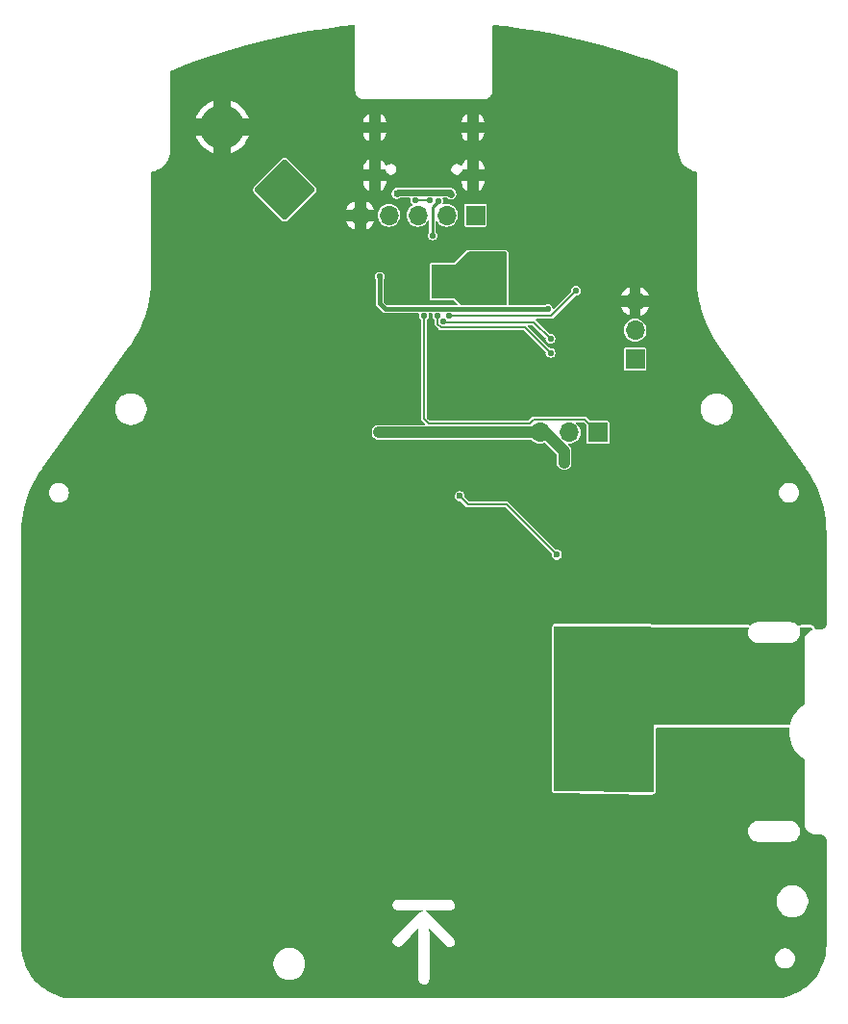
<source format=gbl>
G04 #@! TF.GenerationSoftware,KiCad,Pcbnew,8.0.1*
G04 #@! TF.CreationDate,2024-05-09T01:50:05+08:00*
G04 #@! TF.ProjectId,BatteryPod,42617474-6572-4795-906f-642e6b696361,rev?*
G04 #@! TF.SameCoordinates,Original*
G04 #@! TF.FileFunction,Copper,L2,Bot*
G04 #@! TF.FilePolarity,Positive*
%FSLAX46Y46*%
G04 Gerber Fmt 4.6, Leading zero omitted, Abs format (unit mm)*
G04 Created by KiCad (PCBNEW 8.0.1) date 2024-05-09 01:50:05*
%MOMM*%
%LPD*%
G01*
G04 APERTURE LIST*
G04 Aperture macros list*
%AMRoundRect*
0 Rectangle with rounded corners*
0 $1 Rounding radius*
0 $2 $3 $4 $5 $6 $7 $8 $9 X,Y pos of 4 corners*
0 Add a 4 corners polygon primitive as box body*
4,1,4,$2,$3,$4,$5,$6,$7,$8,$9,$2,$3,0*
0 Add four circle primitives for the rounded corners*
1,1,$1+$1,$2,$3*
1,1,$1+$1,$4,$5*
1,1,$1+$1,$6,$7*
1,1,$1+$1,$8,$9*
0 Add four rect primitives between the rounded corners*
20,1,$1+$1,$2,$3,$4,$5,0*
20,1,$1+$1,$4,$5,$6,$7,0*
20,1,$1+$1,$6,$7,$8,$9,0*
20,1,$1+$1,$8,$9,$2,$3,0*%
G04 Aperture macros list end*
%ADD10C,0.300000*%
G04 #@! TA.AperFunction,ComponentPad*
%ADD11R,1.700000X1.700000*%
G04 #@! TD*
G04 #@! TA.AperFunction,ComponentPad*
%ADD12O,1.700000X1.700000*%
G04 #@! TD*
G04 #@! TA.AperFunction,ComponentPad*
%ADD13C,0.500000*%
G04 #@! TD*
G04 #@! TA.AperFunction,ComponentPad*
%ADD14C,0.400000*%
G04 #@! TD*
G04 #@! TA.AperFunction,ComponentPad*
%ADD15RoundRect,0.250002X2.404160X0.000000X0.000000X2.404160X-2.404160X0.000000X0.000000X-2.404160X0*%
G04 #@! TD*
G04 #@! TA.AperFunction,ComponentPad*
%ADD16C,3.900000*%
G04 #@! TD*
G04 #@! TA.AperFunction,ComponentPad*
%ADD17O,1.000000X2.100000*%
G04 #@! TD*
G04 #@! TA.AperFunction,ComponentPad*
%ADD18O,1.000000X1.800000*%
G04 #@! TD*
G04 #@! TA.AperFunction,ComponentPad*
%ADD19C,2.000000*%
G04 #@! TD*
G04 #@! TA.AperFunction,ViaPad*
%ADD20C,0.600000*%
G04 #@! TD*
G04 #@! TA.AperFunction,ViaPad*
%ADD21C,0.550000*%
G04 #@! TD*
G04 #@! TA.AperFunction,Conductor*
%ADD22C,0.200000*%
G04 #@! TD*
G04 #@! TA.AperFunction,Conductor*
%ADD23C,0.400000*%
G04 #@! TD*
G04 #@! TA.AperFunction,Conductor*
%ADD24C,1.000000*%
G04 #@! TD*
G04 #@! TA.AperFunction,Conductor*
%ADD25C,0.250000*%
G04 #@! TD*
G04 #@! TA.AperFunction,Conductor*
%ADD26C,0.600000*%
G04 #@! TD*
G04 APERTURE END LIST*
D10*
G36*
X113547182Y-152495158D02*
G01*
X106950375Y-152495158D01*
X106950375Y-148124528D01*
X107505931Y-148124528D01*
X107571855Y-148380084D01*
X107767885Y-148558851D01*
X107974878Y-148603244D01*
X108218238Y-148537234D01*
X108330251Y-148449371D01*
X109098395Y-147683670D01*
X109785938Y-146891102D01*
X109755408Y-147632379D01*
X109755408Y-151426692D01*
X109811124Y-151682020D01*
X109985027Y-151871039D01*
X110223904Y-151939004D01*
X110251221Y-151939602D01*
X110497430Y-151882626D01*
X110679699Y-151703524D01*
X110745236Y-151455239D01*
X110745813Y-151426692D01*
X110745813Y-147632379D01*
X110715282Y-146891102D01*
X111402826Y-147683670D01*
X112168527Y-148449371D01*
X112383016Y-148581937D01*
X112523901Y-148603244D01*
X112769945Y-148537776D01*
X112946852Y-148339260D01*
X112991626Y-148124528D01*
X112925358Y-147881707D01*
X112837753Y-147769155D01*
X110616364Y-145540439D01*
X110396796Y-145413370D01*
X110281751Y-145393893D01*
X112520237Y-145393893D01*
X112768909Y-145325015D01*
X112936655Y-145144176D01*
X112991626Y-144915177D01*
X112925602Y-144666130D01*
X112749159Y-144493870D01*
X112520237Y-144436461D01*
X107980984Y-144436461D01*
X107731310Y-144505339D01*
X107561752Y-144686179D01*
X107505931Y-144915177D01*
X107572956Y-145164225D01*
X107751211Y-145336485D01*
X107980984Y-145393893D01*
X110219469Y-145393893D01*
X109975747Y-145469800D01*
X109884857Y-145540439D01*
X107659804Y-147769155D01*
X107527570Y-147982247D01*
X107505931Y-148124528D01*
X106950375Y-148124528D01*
X106950375Y-143880905D01*
X113547182Y-143880905D01*
X113547182Y-152495158D01*
G37*
D11*
X128850000Y-96890000D03*
D12*
X128850000Y-94350000D03*
X128850000Y-91810000D03*
D13*
X108225000Y-88975000D03*
X108225000Y-89675000D03*
X108225000Y-90375000D03*
X108225000Y-91075000D03*
X108925000Y-88975000D03*
X108925000Y-89675000D03*
X108925000Y-90375000D03*
X108925000Y-91075000D03*
X109625000Y-88975000D03*
X109625000Y-89675000D03*
X109625000Y-90375000D03*
X109625000Y-91075000D03*
X110325000Y-88975000D03*
X110325000Y-89675000D03*
X110325000Y-90375000D03*
X110325000Y-91075000D03*
X111450000Y-88975000D03*
X111450000Y-89675000D03*
X111450000Y-90375000D03*
X111450000Y-91075000D03*
X112150000Y-88975000D03*
X112150000Y-89675000D03*
X112150000Y-90375000D03*
X112150000Y-91075000D03*
D14*
X121876800Y-110876800D03*
X121876800Y-109676800D03*
X121276800Y-110276800D03*
X120676800Y-110876800D03*
X120676800Y-109676800D03*
D11*
X114800000Y-84250000D03*
D12*
X112260000Y-84250000D03*
X109720000Y-84250000D03*
X107180000Y-84250000D03*
X104640000Y-84250000D03*
D15*
X98000000Y-82000000D03*
D16*
X92484567Y-76484567D03*
D17*
X114570000Y-80725000D03*
D18*
X114570000Y-76525000D03*
D17*
X105930000Y-80725000D03*
D18*
X105930000Y-76525000D03*
D11*
X125575000Y-103350000D03*
D12*
X123035000Y-103350000D03*
X120495000Y-103350000D03*
D19*
X135000000Y-125100000D03*
X135000000Y-134000000D03*
D20*
X110000000Y-121000000D03*
X99000000Y-123000000D03*
X145000000Y-116000000D03*
X110000000Y-122000000D03*
X89000000Y-74000000D03*
X135000000Y-152000000D03*
X76000000Y-148000000D03*
X110800000Y-101950000D03*
X140000000Y-136000000D03*
X124300000Y-113000000D03*
X110900000Y-131400000D03*
X87000000Y-82000000D03*
X83000000Y-152000000D03*
X131900000Y-137400000D03*
D21*
X109600000Y-98000000D03*
D20*
X89000000Y-152000000D03*
X119200000Y-108300000D03*
X89000000Y-118000000D03*
X110000000Y-105000000D03*
X87000000Y-81000000D03*
X102000000Y-123000000D03*
X110000000Y-123000000D03*
X145000000Y-140000000D03*
D21*
X109600000Y-94000000D03*
D20*
X145000000Y-115000000D03*
X111900000Y-139400000D03*
X115000000Y-105000000D03*
X138000000Y-152000000D03*
X116900000Y-139400000D03*
X110900000Y-132400000D03*
X89000000Y-121000000D03*
X110800000Y-99950000D03*
X113900000Y-139400000D03*
X114900000Y-139400000D03*
X133400000Y-84000000D03*
X121200000Y-105500000D03*
X119900000Y-108800000D03*
D21*
X110800000Y-96000000D03*
D20*
X112900000Y-139400000D03*
X98000000Y-123000000D03*
X110900000Y-137400000D03*
X110900000Y-136400000D03*
X114847738Y-110402000D03*
X133400000Y-82000000D03*
X110900000Y-138400000D03*
X131900000Y-138400000D03*
X145000000Y-117000000D03*
X108000000Y-123000000D03*
X137000000Y-152000000D03*
X110800000Y-98950000D03*
X133400000Y-88000000D03*
X123900000Y-139400000D03*
X130300000Y-113000000D03*
X88000000Y-152000000D03*
D21*
X118000000Y-89000000D03*
D20*
X123300000Y-113000000D03*
X145000000Y-119000000D03*
X145000000Y-120000000D03*
X133400000Y-87000000D03*
X120900000Y-139400000D03*
X132000000Y-73000000D03*
X109000000Y-123000000D03*
X76000000Y-121000000D03*
X110900000Y-133400000D03*
X132000000Y-72000000D03*
X115800000Y-110400000D03*
X115800000Y-101950000D03*
X114000000Y-105000000D03*
X76000000Y-117000000D03*
X119900000Y-139400000D03*
X114800000Y-101950000D03*
X90000000Y-71500000D03*
X76000000Y-144000000D03*
X87000000Y-83000000D03*
X90000000Y-152000000D03*
X87000000Y-87000000D03*
X91000000Y-152000000D03*
D21*
X112866802Y-85981802D03*
D20*
X89000000Y-122000000D03*
X76000000Y-120000000D03*
D21*
X110800000Y-94000000D03*
D20*
X89000000Y-119000000D03*
X139000000Y-135000000D03*
X76000000Y-119000000D03*
X133400000Y-89000000D03*
X101000000Y-123000000D03*
X145000000Y-111000000D03*
X85000000Y-152000000D03*
X76000000Y-141000000D03*
X140000000Y-131000000D03*
X140000000Y-152000000D03*
X139000000Y-132000000D03*
X89000000Y-120000000D03*
X124900000Y-139400000D03*
X139000000Y-152000000D03*
X131000000Y-71500000D03*
X130300000Y-114000000D03*
X97000000Y-123000000D03*
X145000000Y-148000000D03*
X76000000Y-147000000D03*
X125000000Y-106500000D03*
X133400000Y-81000000D03*
X133000000Y-152000000D03*
X76000000Y-111000000D03*
X145000000Y-141000000D03*
X145000000Y-147000000D03*
D21*
X118000000Y-88000000D03*
D20*
X87000000Y-152000000D03*
X110000000Y-118000000D03*
D21*
X110800000Y-95000000D03*
D20*
X126300000Y-113000000D03*
X132000000Y-74000000D03*
X125300000Y-113000000D03*
X129900000Y-139400000D03*
X129300000Y-113000000D03*
X105000000Y-123000000D03*
X139000000Y-133000000D03*
D21*
X118000000Y-90000000D03*
D20*
X76000000Y-145000000D03*
X94000000Y-123000000D03*
X110800000Y-100950000D03*
X110900000Y-139400000D03*
X122750000Y-111750000D03*
X131900000Y-139400000D03*
X117900000Y-139400000D03*
X118900000Y-139400000D03*
X93000000Y-123000000D03*
X76000000Y-146000000D03*
X113000000Y-105000000D03*
X76000000Y-142000000D03*
D21*
X109600000Y-102000000D03*
D20*
X76000000Y-139000000D03*
X127300000Y-113000000D03*
X122900000Y-139400000D03*
X91000000Y-123000000D03*
X145000000Y-114000000D03*
X89000000Y-123000000D03*
D21*
X118000000Y-87000000D03*
D20*
X133400000Y-83000000D03*
X76000000Y-114000000D03*
X110900000Y-134400000D03*
X76000000Y-140000000D03*
X122300000Y-113000000D03*
X90000000Y-123000000D03*
X92000000Y-123000000D03*
X110000000Y-119000000D03*
X111800000Y-101950000D03*
X130900000Y-139400000D03*
X89000000Y-73000000D03*
X145000000Y-112000000D03*
D21*
X110800000Y-97000000D03*
D20*
X136000000Y-152000000D03*
X145000000Y-142000000D03*
X115900000Y-139400000D03*
X111000000Y-105000000D03*
X110000000Y-120000000D03*
X142000000Y-131000000D03*
X87000000Y-88000000D03*
D21*
X110800000Y-98000000D03*
D20*
X87000000Y-84000000D03*
X113800000Y-101950000D03*
X76000000Y-112000000D03*
X76000000Y-115000000D03*
X141000000Y-136000000D03*
X84000000Y-152000000D03*
X132000000Y-75000000D03*
X87000000Y-89000000D03*
X139000000Y-131000000D03*
X133400000Y-85000000D03*
X87000000Y-86000000D03*
X95000000Y-123000000D03*
X100000000Y-123000000D03*
X76000000Y-113000000D03*
X113850000Y-110300000D03*
X106000000Y-123000000D03*
X107000000Y-123000000D03*
X104000000Y-123000000D03*
X145000000Y-149000000D03*
X112800000Y-101950000D03*
X110900000Y-135400000D03*
X128300000Y-113000000D03*
X89000000Y-72000000D03*
X121200000Y-106400000D03*
X145000000Y-118000000D03*
X133400000Y-86000000D03*
X125000000Y-107400000D03*
X82000000Y-152000000D03*
X76000000Y-118000000D03*
X134000000Y-152000000D03*
X76000000Y-116000000D03*
X89000000Y-75000000D03*
D21*
X118000000Y-91000000D03*
D20*
X76000000Y-143000000D03*
X112000000Y-105000000D03*
X103000000Y-123000000D03*
D21*
X119000000Y-91000000D03*
D20*
X145000000Y-113000000D03*
X139000000Y-134000000D03*
X121900000Y-139400000D03*
X86000000Y-152000000D03*
X87000000Y-85000000D03*
X107400000Y-103350000D03*
X108500000Y-103350000D03*
X106300000Y-103350000D03*
X122600000Y-106000000D03*
X125000000Y-134000000D03*
X125000000Y-126000000D03*
X129000000Y-123000000D03*
X125000000Y-129000000D03*
X127000000Y-130000000D03*
X124000000Y-126000000D03*
X128000000Y-128900000D03*
X124000000Y-134000000D03*
X126000000Y-134000000D03*
X127000000Y-128000000D03*
X129000000Y-128900000D03*
X125000000Y-128000000D03*
X125000000Y-127000000D03*
X121950000Y-114100000D03*
X127000000Y-133000000D03*
X128000000Y-122000000D03*
X124000000Y-128000000D03*
X128000000Y-126000000D03*
X128000000Y-127900000D03*
X126000000Y-128000000D03*
X129000000Y-127900000D03*
X124000000Y-129000000D03*
X129000000Y-122000000D03*
X128000000Y-123000000D03*
X126000000Y-127000000D03*
X124000000Y-127000000D03*
X128000000Y-132900000D03*
X123000000Y-134000000D03*
X127000000Y-123000000D03*
X125000000Y-133000000D03*
X127000000Y-126000000D03*
X128000000Y-130900000D03*
X129000000Y-131900000D03*
X129000000Y-130900000D03*
X127000000Y-121000000D03*
X128000000Y-129900000D03*
X127000000Y-132000000D03*
X128000000Y-133900000D03*
X129000000Y-132900000D03*
X128000000Y-124000000D03*
X126000000Y-129000000D03*
X123000000Y-128000000D03*
X124000000Y-133000000D03*
X123000000Y-133000000D03*
X129000000Y-133900000D03*
X127000000Y-124000000D03*
X129000000Y-127000000D03*
X127000000Y-127000000D03*
X128000000Y-131900000D03*
X129000000Y-129900000D03*
X126000000Y-126000000D03*
X128000000Y-127000000D03*
X126000000Y-133000000D03*
X128000000Y-121000000D03*
X113400000Y-108950000D03*
X127000000Y-134000000D03*
X127000000Y-122000000D03*
X127000000Y-129000000D03*
X127000000Y-131000000D03*
X123000000Y-127000000D03*
X129000000Y-121000000D03*
X129000000Y-126000000D03*
X129000000Y-124000000D03*
D21*
X110774854Y-82954854D03*
X109498000Y-82952000D03*
X111502468Y-82972532D03*
X111005000Y-86020000D03*
X123650000Y-90900000D03*
X112454000Y-93102000D03*
X121400000Y-95100000D03*
X111952000Y-93598000D03*
X111450000Y-93102000D03*
X121400000Y-96350000D03*
D20*
X107850000Y-82360000D03*
X112650000Y-82385000D03*
D21*
X110250000Y-93102000D03*
X106350000Y-89650000D03*
X121150000Y-92500000D03*
D22*
X121950000Y-114100000D02*
X117550000Y-109700000D01*
X117550000Y-109700000D02*
X114150000Y-109700000D01*
X114150000Y-109700000D02*
X113400000Y-108950000D01*
D23*
X121150000Y-92500000D02*
X106850000Y-92500000D01*
X106850000Y-92500000D02*
X106350000Y-92000000D01*
X106350000Y-92000000D02*
X106350000Y-89650000D01*
D22*
X111450000Y-93102000D02*
X111450000Y-93805936D01*
X119150000Y-94100000D02*
X121400000Y-96350000D01*
X111450000Y-93805936D02*
X111744064Y-94100000D01*
X111744064Y-94100000D02*
X119150000Y-94100000D01*
X111952000Y-93598000D02*
X112004000Y-93650000D01*
X112004000Y-93650000D02*
X119950000Y-93650000D01*
X119950000Y-93650000D02*
X121400000Y-95100000D01*
D24*
X122600000Y-105050000D02*
X120900000Y-103350000D01*
X120900000Y-103350000D02*
X108500000Y-103350000D01*
X106300000Y-103350000D02*
X108500000Y-103350000D01*
X122600000Y-106000000D02*
X122600000Y-105050000D01*
D22*
X110774854Y-82954854D02*
X110772000Y-82952000D01*
X110772000Y-82952000D02*
X109498000Y-82952000D01*
D25*
X111005000Y-86020000D02*
X111000000Y-86015000D01*
X111000000Y-83475000D02*
X111502468Y-82972532D01*
X111000000Y-86015000D02*
X111000000Y-83475000D01*
D22*
X121448000Y-93102000D02*
X123650000Y-90900000D01*
X112454000Y-93102000D02*
X121448000Y-93102000D01*
D26*
X107850000Y-82360000D02*
X107960000Y-82250000D01*
X112515000Y-82250000D02*
X112650000Y-82385000D01*
X107960000Y-82250000D02*
X112515000Y-82250000D01*
D22*
X119550000Y-102550000D02*
X119900000Y-102200000D01*
X124425000Y-102200000D02*
X125575000Y-103350000D01*
X110250000Y-102150000D02*
X110650000Y-102550000D01*
X110650000Y-102550000D02*
X119550000Y-102550000D01*
X119900000Y-102200000D02*
X124425000Y-102200000D01*
X110250000Y-93102000D02*
X110250000Y-102150000D01*
G04 #@! TA.AperFunction,Conductor*
G36*
X116382874Y-67509073D02*
G01*
X117415090Y-67620931D01*
X117416828Y-67621141D01*
X118855101Y-67812582D01*
X118856877Y-67812841D01*
X120290056Y-68039289D01*
X120291700Y-68039569D01*
X121719034Y-68300910D01*
X121720707Y-68301238D01*
X123141106Y-68597269D01*
X123142848Y-68597653D01*
X124555728Y-68928254D01*
X124557324Y-68928648D01*
X125961694Y-69293588D01*
X125963367Y-69294044D01*
X127358376Y-69693100D01*
X127360023Y-69693593D01*
X128744910Y-70126546D01*
X128746578Y-70127089D01*
X129178808Y-70273876D01*
X130120460Y-70593664D01*
X130122162Y-70594265D01*
X131444475Y-71079593D01*
X131484249Y-71094191D01*
X131485932Y-71094833D01*
X132602684Y-71535894D01*
X132643389Y-71575274D01*
X132649500Y-71604720D01*
X132649500Y-78627841D01*
X132682873Y-78881338D01*
X132749049Y-79128309D01*
X132749051Y-79128316D01*
X132846892Y-79364526D01*
X132846895Y-79364534D01*
X132974736Y-79585961D01*
X132974740Y-79585967D01*
X133130390Y-79788813D01*
X133311186Y-79969609D01*
X133514032Y-80125259D01*
X133514038Y-80125263D01*
X133703959Y-80234914D01*
X133735465Y-80253104D01*
X133971687Y-80350950D01*
X134218660Y-80417126D01*
X134226161Y-80418113D01*
X134235158Y-80419298D01*
X134284208Y-80447616D01*
X134299500Y-80492665D01*
X134299500Y-89796057D01*
X134299519Y-89796357D01*
X134299540Y-90041786D01*
X134332155Y-90620739D01*
X134397282Y-91196913D01*
X134493908Y-91763776D01*
X134494716Y-91768516D01*
X134623475Y-92330799D01*
X134624150Y-92333745D01*
X134659424Y-92455773D01*
X134779789Y-92872174D01*
X134785172Y-92890794D01*
X134977262Y-93437877D01*
X134977266Y-93437887D01*
X135150969Y-93855765D01*
X135199836Y-93973323D01*
X135452169Y-94495391D01*
X135733468Y-95002436D01*
X135733473Y-95002445D01*
X135907817Y-95278812D01*
X136042844Y-95492856D01*
X136042848Y-95492862D01*
X136184886Y-95692253D01*
X136184888Y-95692263D01*
X136211059Y-95728993D01*
X136211058Y-95728993D01*
X136238676Y-95767755D01*
X136238677Y-95767756D01*
X143861668Y-106466692D01*
X143871854Y-106480987D01*
X143871855Y-106480989D01*
X143898850Y-106518878D01*
X143899999Y-106520538D01*
X144149948Y-106893097D01*
X144202401Y-106971281D01*
X144204622Y-106974803D01*
X144480604Y-107440850D01*
X144482624Y-107444492D01*
X144731952Y-107925323D01*
X144733764Y-107929072D01*
X144955649Y-108423162D01*
X144957248Y-108427007D01*
X145151003Y-108932826D01*
X145152382Y-108936755D01*
X145317364Y-109452630D01*
X145318521Y-109456630D01*
X145454236Y-109981012D01*
X145455165Y-109985071D01*
X145561161Y-110516222D01*
X145561861Y-110520327D01*
X145637817Y-111056630D01*
X145638284Y-111060768D01*
X145683951Y-111600449D01*
X145684186Y-111604606D01*
X145687061Y-111706787D01*
X145699471Y-112147725D01*
X145699500Y-112149755D01*
X145699500Y-120245148D01*
X145698867Y-120254808D01*
X145687158Y-120343741D01*
X145682158Y-120362399D01*
X145649705Y-120440749D01*
X145640047Y-120457477D01*
X145633015Y-120466643D01*
X145588419Y-120524760D01*
X145574760Y-120538419D01*
X145534209Y-120569535D01*
X145507477Y-120590047D01*
X145490749Y-120599705D01*
X145412399Y-120632158D01*
X145393741Y-120637158D01*
X145327068Y-120645936D01*
X145304806Y-120648867D01*
X145295149Y-120649500D01*
X144731233Y-120649500D01*
X144678907Y-120627826D01*
X144657941Y-120585712D01*
X144651995Y-120543039D01*
X144648296Y-120524760D01*
X144647009Y-120518398D01*
X144604352Y-120437499D01*
X144558827Y-120384496D01*
X144558822Y-120384490D01*
X144558820Y-120384488D01*
X144541315Y-120366466D01*
X144541310Y-120366462D01*
X144461696Y-120321474D01*
X144461688Y-120321470D01*
X144394736Y-120301494D01*
X144336884Y-120292919D01*
X144336870Y-120292918D01*
X143472692Y-120289160D01*
X143472667Y-120289160D01*
X143451076Y-120290206D01*
X143451052Y-120290207D01*
X143425135Y-120292834D01*
X143348812Y-120316147D01*
X143348809Y-120316148D01*
X143287219Y-120349146D01*
X143270347Y-120359561D01*
X143214436Y-120368602D01*
X143174792Y-120344157D01*
X143131927Y-120293073D01*
X143088270Y-120256440D01*
X143007876Y-120188981D01*
X143007873Y-120188979D01*
X142867627Y-120108008D01*
X142848411Y-120101014D01*
X142715451Y-120052620D01*
X142555974Y-120024500D01*
X142555971Y-120024500D01*
X142514562Y-120024500D01*
X139772595Y-120024500D01*
X139725000Y-120024500D01*
X139644029Y-120024500D01*
X139644025Y-120024500D01*
X139484548Y-120052620D01*
X139332375Y-120108007D01*
X139192123Y-120188981D01*
X139068077Y-120293068D01*
X139068072Y-120293073D01*
X139039174Y-120327511D01*
X138988935Y-120353662D01*
X138946081Y-120344368D01*
X138933984Y-120337532D01*
X138862483Y-120297126D01*
X138848913Y-120293077D01*
X138795529Y-120277149D01*
X138737678Y-120268574D01*
X138737662Y-120268573D01*
X121825440Y-120195042D01*
X121825413Y-120195044D01*
X121781294Y-120199642D01*
X121729237Y-120210849D01*
X121718625Y-120213430D01*
X121637916Y-120256439D01*
X121637912Y-120256441D01*
X121585115Y-120302191D01*
X121567155Y-120319788D01*
X121522510Y-120399601D01*
X121502825Y-120466638D01*
X121502824Y-120466643D01*
X121494500Y-120524537D01*
X121494500Y-134777411D01*
X121498951Y-134819936D01*
X121498953Y-134819949D01*
X121509579Y-134870167D01*
X121511712Y-134879229D01*
X121511712Y-134879230D01*
X121511713Y-134879231D01*
X121553802Y-134960427D01*
X121586905Y-134999519D01*
X121598939Y-135013730D01*
X121598969Y-135013765D01*
X121616339Y-135031899D01*
X121616342Y-135031902D01*
X121695647Y-135077453D01*
X121695650Y-135077454D01*
X121701800Y-135079336D01*
X121762458Y-135097898D01*
X121820256Y-135106880D01*
X130372256Y-135204061D01*
X130417133Y-135199622D01*
X130470053Y-135188424D01*
X130481373Y-135185692D01*
X130562085Y-135142682D01*
X130614889Y-135096927D01*
X130632843Y-135079336D01*
X130677490Y-134999519D01*
X130697175Y-134932480D01*
X130705500Y-134874582D01*
X130705500Y-129379500D01*
X130727174Y-129327174D01*
X130779500Y-129305500D01*
X142362277Y-129305500D01*
X142414603Y-129327174D01*
X142436277Y-129379500D01*
X142436153Y-129383775D01*
X142417854Y-129699993D01*
X142417854Y-129700006D01*
X142436758Y-130026687D01*
X142436759Y-130026694D01*
X142493223Y-130349025D01*
X142586492Y-130662692D01*
X142586497Y-130662707D01*
X142715326Y-130963519D01*
X142715330Y-130963528D01*
X142877994Y-131247463D01*
X143072330Y-131510747D01*
X143072333Y-131510751D01*
X143072336Y-131510754D01*
X143295749Y-131749867D01*
X143545253Y-131961612D01*
X143766555Y-132109179D01*
X143798064Y-132156241D01*
X143799500Y-132170746D01*
X143799500Y-137837535D01*
X143829898Y-138009937D01*
X143889773Y-138174441D01*
X143889774Y-138174443D01*
X143889775Y-138174445D01*
X143977308Y-138326055D01*
X144089837Y-138460163D01*
X144223945Y-138572692D01*
X144375555Y-138660225D01*
X144540062Y-138720101D01*
X144712468Y-138750500D01*
X144760438Y-138750500D01*
X145252405Y-138750500D01*
X145295149Y-138750500D01*
X145304807Y-138751132D01*
X145393743Y-138762841D01*
X145412396Y-138767840D01*
X145490753Y-138800296D01*
X145507472Y-138809948D01*
X145574760Y-138861580D01*
X145588418Y-138875238D01*
X145640049Y-138942525D01*
X145649705Y-138959250D01*
X145682158Y-139037600D01*
X145687158Y-139056258D01*
X145698867Y-139145191D01*
X145699500Y-139154851D01*
X145699500Y-148448375D01*
X145699430Y-148451603D01*
X145681757Y-148856364D01*
X145681194Y-148862795D01*
X145628525Y-149262855D01*
X145627404Y-149269213D01*
X145540066Y-149663169D01*
X145538395Y-149669404D01*
X145417057Y-150054240D01*
X145414849Y-150060307D01*
X145260428Y-150433111D01*
X145257700Y-150438961D01*
X145071377Y-150796884D01*
X145068149Y-150802475D01*
X144851339Y-151142799D01*
X144847636Y-151148087D01*
X144601994Y-151468215D01*
X144597844Y-151473161D01*
X144325230Y-151770666D01*
X144320666Y-151775230D01*
X144023161Y-152047844D01*
X144018215Y-152051994D01*
X143698087Y-152297636D01*
X143692799Y-152301339D01*
X143352475Y-152518149D01*
X143346884Y-152521377D01*
X142988961Y-152707700D01*
X142983111Y-152710428D01*
X142610307Y-152864849D01*
X142604240Y-152867057D01*
X142219404Y-152988395D01*
X142213169Y-152990066D01*
X141819213Y-153077404D01*
X141812855Y-153078525D01*
X141412795Y-153131194D01*
X141406364Y-153131757D01*
X141001603Y-153149430D01*
X140998375Y-153149500D01*
X79501625Y-153149500D01*
X79498397Y-153149430D01*
X79093635Y-153131757D01*
X79087204Y-153131194D01*
X78687144Y-153078525D01*
X78680786Y-153077404D01*
X78286830Y-152990066D01*
X78280595Y-152988395D01*
X77895759Y-152867057D01*
X77889692Y-152864849D01*
X77516888Y-152710428D01*
X77511038Y-152707700D01*
X77153115Y-152521377D01*
X77147524Y-152518149D01*
X76807200Y-152301339D01*
X76801912Y-152297636D01*
X76676265Y-152201224D01*
X76481775Y-152051987D01*
X76476847Y-152047851D01*
X76179330Y-151775227D01*
X76174769Y-151770666D01*
X75902146Y-151473150D01*
X75898014Y-151468226D01*
X75652360Y-151148084D01*
X75648660Y-151142799D01*
X75565564Y-151012365D01*
X75431849Y-150802474D01*
X75428622Y-150796884D01*
X75242299Y-150438961D01*
X75239571Y-150433111D01*
X75175717Y-150278954D01*
X75147248Y-150210223D01*
X96999500Y-150210223D01*
X97033984Y-150427948D01*
X97033987Y-150427961D01*
X97102103Y-150637602D01*
X97102104Y-150637605D01*
X97102105Y-150637606D01*
X97202185Y-150834022D01*
X97331758Y-151012365D01*
X97487635Y-151168242D01*
X97665978Y-151297815D01*
X97862394Y-151397895D01*
X97862397Y-151397896D01*
X97862396Y-151397896D01*
X98072038Y-151466012D01*
X98072044Y-151466013D01*
X98072049Y-151466015D01*
X98180913Y-151483257D01*
X98289776Y-151500500D01*
X98289778Y-151500500D01*
X98510224Y-151500500D01*
X98597313Y-151486706D01*
X98727951Y-151466015D01*
X98727958Y-151466012D01*
X98727961Y-151466012D01*
X98823133Y-151435088D01*
X98937606Y-151397895D01*
X99134022Y-151297815D01*
X99312365Y-151168242D01*
X99468242Y-151012365D01*
X99597815Y-150834022D01*
X99697895Y-150637606D01*
X99763369Y-150436095D01*
X99766012Y-150427961D01*
X99766012Y-150427958D01*
X99766015Y-150427951D01*
X99800500Y-150210222D01*
X99800500Y-149989778D01*
X99799342Y-149982468D01*
X99766015Y-149772051D01*
X99766012Y-149772038D01*
X99697896Y-149562397D01*
X99697895Y-149562396D01*
X99697895Y-149562394D01*
X99597815Y-149365978D01*
X99468242Y-149187635D01*
X99312365Y-149031758D01*
X99208441Y-148956253D01*
X99134024Y-148902186D01*
X98937602Y-148802103D01*
X98937603Y-148802103D01*
X98727961Y-148733987D01*
X98727948Y-148733984D01*
X98510224Y-148699500D01*
X98510222Y-148699500D01*
X98289778Y-148699500D01*
X98289776Y-148699500D01*
X98072051Y-148733984D01*
X98072038Y-148733987D01*
X97862397Y-148802103D01*
X97665976Y-148902186D01*
X97665975Y-148902186D01*
X97487639Y-149031755D01*
X97487635Y-149031758D01*
X97331758Y-149187635D01*
X97331755Y-149187638D01*
X97331755Y-149187639D01*
X97202186Y-149365975D01*
X97202186Y-149365976D01*
X97102103Y-149562397D01*
X97033987Y-149772038D01*
X97033984Y-149772051D01*
X96999500Y-149989776D01*
X96999500Y-150210223D01*
X75147248Y-150210223D01*
X75085145Y-150060295D01*
X75082946Y-150054252D01*
X74961601Y-149669395D01*
X74959933Y-149663169D01*
X74951249Y-149624000D01*
X74872594Y-149269212D01*
X74871474Y-149262855D01*
X74861571Y-149187635D01*
X74818804Y-148862790D01*
X74818242Y-148856364D01*
X74815161Y-148785807D01*
X74800570Y-148451603D01*
X74800500Y-148448375D01*
X74800500Y-143890905D01*
X106960375Y-143890905D01*
X106960375Y-152485158D01*
X113537182Y-152485158D01*
X113537182Y-149624000D01*
X141168672Y-149624000D01*
X141184231Y-149772038D01*
X141187932Y-149807243D01*
X141244865Y-149982464D01*
X141244866Y-149982466D01*
X141244867Y-149982468D01*
X141336991Y-150142032D01*
X141398389Y-150210222D01*
X141460278Y-150278956D01*
X141609332Y-150387250D01*
X141609337Y-150387253D01*
X141700769Y-150427961D01*
X141777655Y-150462193D01*
X141957876Y-150500500D01*
X141957877Y-150500500D01*
X142142123Y-150500500D01*
X142142124Y-150500500D01*
X142322345Y-150462193D01*
X142490664Y-150387252D01*
X142639724Y-150278954D01*
X142763009Y-150142032D01*
X142855133Y-149982468D01*
X142912069Y-149807238D01*
X142931328Y-149624000D01*
X142912069Y-149440762D01*
X142855133Y-149265532D01*
X142763009Y-149105968D01*
X142639724Y-148969046D01*
X142639723Y-148969045D01*
X142639721Y-148969043D01*
X142490667Y-148860749D01*
X142490662Y-148860746D01*
X142322346Y-148785807D01*
X142322344Y-148785806D01*
X142180430Y-148755642D01*
X142142124Y-148747500D01*
X141957876Y-148747500D01*
X141926284Y-148754214D01*
X141777655Y-148785806D01*
X141777653Y-148785807D01*
X141609337Y-148860746D01*
X141609332Y-148860749D01*
X141460278Y-148969043D01*
X141336991Y-149105967D01*
X141336989Y-149105970D01*
X141244865Y-149265535D01*
X141187932Y-149440756D01*
X141187931Y-149440760D01*
X141187931Y-149440762D01*
X141168672Y-149624000D01*
X113537182Y-149624000D01*
X113537182Y-144710223D01*
X141299500Y-144710223D01*
X141333984Y-144927948D01*
X141333987Y-144927961D01*
X141402103Y-145137602D01*
X141402104Y-145137605D01*
X141402105Y-145137606D01*
X141502185Y-145334022D01*
X141631758Y-145512365D01*
X141787635Y-145668242D01*
X141965978Y-145797815D01*
X142162394Y-145897895D01*
X142162397Y-145897896D01*
X142162396Y-145897896D01*
X142372038Y-145966012D01*
X142372044Y-145966013D01*
X142372049Y-145966015D01*
X142480913Y-145983257D01*
X142589776Y-146000500D01*
X142589778Y-146000500D01*
X142810224Y-146000500D01*
X142897313Y-145986706D01*
X143027951Y-145966015D01*
X143027958Y-145966012D01*
X143027961Y-145966012D01*
X143123133Y-145935088D01*
X143237606Y-145897895D01*
X143434022Y-145797815D01*
X143612365Y-145668242D01*
X143768242Y-145512365D01*
X143897815Y-145334022D01*
X143997895Y-145137606D01*
X144066015Y-144927951D01*
X144100500Y-144710222D01*
X144100500Y-144489778D01*
X144066015Y-144272049D01*
X144066013Y-144272044D01*
X144066012Y-144272038D01*
X143997896Y-144062397D01*
X143997895Y-144062396D01*
X143997895Y-144062394D01*
X143897815Y-143865978D01*
X143768242Y-143687635D01*
X143612365Y-143531758D01*
X143508441Y-143456253D01*
X143434024Y-143402186D01*
X143237602Y-143302103D01*
X143237603Y-143302103D01*
X143027961Y-143233987D01*
X143027948Y-143233984D01*
X142810224Y-143199500D01*
X142810222Y-143199500D01*
X142589778Y-143199500D01*
X142589776Y-143199500D01*
X142372051Y-143233984D01*
X142372038Y-143233987D01*
X142162397Y-143302103D01*
X141965976Y-143402186D01*
X141965975Y-143402186D01*
X141787639Y-143531755D01*
X141787635Y-143531758D01*
X141631758Y-143687635D01*
X141631755Y-143687638D01*
X141631755Y-143687639D01*
X141502186Y-143865975D01*
X141502186Y-143865976D01*
X141402103Y-144062397D01*
X141333987Y-144272038D01*
X141333984Y-144272051D01*
X141299500Y-144489776D01*
X141299500Y-144710223D01*
X113537182Y-144710223D01*
X113537182Y-143890905D01*
X106960375Y-143890905D01*
X74800500Y-143890905D01*
X74800500Y-138530974D01*
X138799500Y-138530974D01*
X138827620Y-138690451D01*
X138849707Y-138751133D01*
X138883008Y-138842627D01*
X138963979Y-138982873D01*
X138963981Y-138982876D01*
X139030767Y-139062468D01*
X139068073Y-139106927D01*
X139192127Y-139211021D01*
X139332373Y-139291992D01*
X139484548Y-139347379D01*
X139644029Y-139375500D01*
X139644033Y-139375500D01*
X142555967Y-139375500D01*
X142555971Y-139375500D01*
X142715452Y-139347379D01*
X142867627Y-139291992D01*
X143007873Y-139211021D01*
X143131927Y-139106927D01*
X143236021Y-138982873D01*
X143316992Y-138842627D01*
X143372379Y-138690452D01*
X143400500Y-138530971D01*
X143400500Y-138450000D01*
X143400500Y-138402405D01*
X143400500Y-138369029D01*
X143372379Y-138209548D01*
X143316992Y-138057373D01*
X143236021Y-137917127D01*
X143131927Y-137793073D01*
X143080595Y-137750000D01*
X143007876Y-137688981D01*
X143007873Y-137688979D01*
X142867627Y-137608008D01*
X142848411Y-137601014D01*
X142715451Y-137552620D01*
X142555974Y-137524500D01*
X142555971Y-137524500D01*
X142514562Y-137524500D01*
X139772595Y-137524500D01*
X139725000Y-137524500D01*
X139644029Y-137524500D01*
X139644025Y-137524500D01*
X139484548Y-137552620D01*
X139332375Y-137608007D01*
X139192123Y-137688981D01*
X139068077Y-137793069D01*
X139068069Y-137793077D01*
X138963981Y-137917123D01*
X138883007Y-138057375D01*
X138827620Y-138209548D01*
X138799500Y-138369025D01*
X138799500Y-138530974D01*
X74800500Y-138530974D01*
X74800500Y-112160600D01*
X74800529Y-112158511D01*
X74815900Y-111614212D01*
X74816136Y-111610041D01*
X74862112Y-111068533D01*
X74862582Y-111064393D01*
X74863686Y-111056630D01*
X74939045Y-110526349D01*
X74939748Y-110522240D01*
X75017047Y-110136224D01*
X75046461Y-109989336D01*
X75047386Y-109985311D01*
X75184007Y-109459271D01*
X75185158Y-109455301D01*
X75351249Y-108937810D01*
X75352625Y-108933907D01*
X75461775Y-108650000D01*
X77218672Y-108650000D01*
X77236726Y-108821776D01*
X77237932Y-108833243D01*
X77294865Y-109008464D01*
X77294866Y-109008466D01*
X77294867Y-109008468D01*
X77386991Y-109168032D01*
X77500381Y-109293965D01*
X77510278Y-109304956D01*
X77659332Y-109413250D01*
X77659337Y-109413253D01*
X77799899Y-109475835D01*
X77827655Y-109488193D01*
X78007876Y-109526500D01*
X78007877Y-109526500D01*
X78192123Y-109526500D01*
X78192124Y-109526500D01*
X78372345Y-109488193D01*
X78540664Y-109413252D01*
X78689724Y-109304954D01*
X78813009Y-109168032D01*
X78905133Y-109008468D01*
X78924131Y-108950000D01*
X112944867Y-108950000D01*
X112963302Y-109078223D01*
X112963302Y-109078224D01*
X112963303Y-109078226D01*
X113017118Y-109196063D01*
X113101951Y-109293967D01*
X113210931Y-109364004D01*
X113335228Y-109400500D01*
X113465587Y-109400500D01*
X113517913Y-109422174D01*
X114008103Y-109912364D01*
X114100172Y-109950500D01*
X114199828Y-109950500D01*
X117415587Y-109950500D01*
X117467913Y-109972174D01*
X121481354Y-113985614D01*
X121503028Y-114037940D01*
X121502275Y-114048470D01*
X121494867Y-114099999D01*
X121513302Y-114228223D01*
X121513302Y-114228224D01*
X121513303Y-114228226D01*
X121567118Y-114346063D01*
X121651951Y-114443967D01*
X121760931Y-114514004D01*
X121885228Y-114550500D01*
X122014772Y-114550500D01*
X122139069Y-114514004D01*
X122248049Y-114443967D01*
X122332882Y-114346063D01*
X122386697Y-114228226D01*
X122405133Y-114100000D01*
X122386697Y-113971774D01*
X122332882Y-113853937D01*
X122248049Y-113756033D01*
X122181032Y-113712964D01*
X122139068Y-113685995D01*
X122014772Y-113649500D01*
X121885228Y-113649500D01*
X121884412Y-113649500D01*
X121832086Y-113627826D01*
X117691897Y-109487636D01*
X117691894Y-109487634D01*
X117599828Y-109449500D01*
X114284413Y-109449500D01*
X114232087Y-109427826D01*
X113868644Y-109064383D01*
X113846970Y-109012057D01*
X113847721Y-109001542D01*
X113855133Y-108950000D01*
X113836697Y-108821774D01*
X113782882Y-108703937D01*
X113736146Y-108650000D01*
X141518672Y-108650000D01*
X141536726Y-108821776D01*
X141537932Y-108833243D01*
X141594865Y-109008464D01*
X141594866Y-109008466D01*
X141594867Y-109008468D01*
X141686991Y-109168032D01*
X141800381Y-109293965D01*
X141810278Y-109304956D01*
X141959332Y-109413250D01*
X141959337Y-109413253D01*
X142099899Y-109475835D01*
X142127655Y-109488193D01*
X142307876Y-109526500D01*
X142307877Y-109526500D01*
X142492123Y-109526500D01*
X142492124Y-109526500D01*
X142672345Y-109488193D01*
X142840664Y-109413252D01*
X142989724Y-109304954D01*
X143113009Y-109168032D01*
X143205133Y-109008468D01*
X143262069Y-108833238D01*
X143281328Y-108650000D01*
X143262069Y-108466762D01*
X143205133Y-108291532D01*
X143113009Y-108131968D01*
X142989724Y-107995046D01*
X142989723Y-107995045D01*
X142989721Y-107995043D01*
X142840667Y-107886749D01*
X142840662Y-107886746D01*
X142672346Y-107811807D01*
X142672344Y-107811806D01*
X142530430Y-107781642D01*
X142492124Y-107773500D01*
X142307876Y-107773500D01*
X142276284Y-107780214D01*
X142127655Y-107811806D01*
X142127653Y-107811807D01*
X141959337Y-107886746D01*
X141959332Y-107886749D01*
X141810278Y-107995043D01*
X141686991Y-108131967D01*
X141686989Y-108131970D01*
X141594865Y-108291535D01*
X141537932Y-108466756D01*
X141537931Y-108466760D01*
X141537931Y-108466762D01*
X141518672Y-108650000D01*
X113736146Y-108650000D01*
X113698049Y-108606033D01*
X113602412Y-108544571D01*
X113589068Y-108535995D01*
X113464772Y-108499500D01*
X113335228Y-108499500D01*
X113210931Y-108535995D01*
X113101954Y-108606031D01*
X113101950Y-108606034D01*
X113017119Y-108703935D01*
X112963302Y-108821776D01*
X112944867Y-108950000D01*
X78924131Y-108950000D01*
X78962069Y-108833238D01*
X78981328Y-108650000D01*
X78962069Y-108466762D01*
X78905133Y-108291532D01*
X78813009Y-108131968D01*
X78689724Y-107995046D01*
X78689723Y-107995045D01*
X78689721Y-107995043D01*
X78540667Y-107886749D01*
X78540662Y-107886746D01*
X78372346Y-107811807D01*
X78372344Y-107811806D01*
X78230430Y-107781642D01*
X78192124Y-107773500D01*
X78007876Y-107773500D01*
X77976284Y-107780214D01*
X77827655Y-107811806D01*
X77827653Y-107811807D01*
X77659337Y-107886746D01*
X77659332Y-107886749D01*
X77510278Y-107995043D01*
X77386991Y-108131967D01*
X77386989Y-108131970D01*
X77294865Y-108291535D01*
X77237932Y-108466756D01*
X77237931Y-108466760D01*
X77237931Y-108466762D01*
X77218672Y-108650000D01*
X75461775Y-108650000D01*
X75547649Y-108426635D01*
X75549242Y-108422814D01*
X75772608Y-107927305D01*
X75774393Y-107923625D01*
X76025363Y-107441521D01*
X76027369Y-107437918D01*
X76305140Y-106970758D01*
X76307355Y-106967263D01*
X76611675Y-106515593D01*
X76612774Y-106514010D01*
X76639890Y-106476120D01*
X76639890Y-106476117D01*
X76646629Y-106466701D01*
X76646631Y-106466696D01*
X78831131Y-103414069D01*
X105649500Y-103414069D01*
X105653939Y-103436383D01*
X105674497Y-103539739D01*
X105674498Y-103539742D01*
X105674499Y-103539744D01*
X105723535Y-103658127D01*
X105794724Y-103764669D01*
X105885331Y-103855276D01*
X105991873Y-103926465D01*
X106110256Y-103975501D01*
X106110258Y-103975501D01*
X106110260Y-103975502D01*
X106152903Y-103983984D01*
X106235931Y-104000500D01*
X108435931Y-104000500D01*
X119699562Y-104000500D01*
X119751888Y-104022174D01*
X119756765Y-104027555D01*
X119784113Y-104060879D01*
X119784114Y-104060880D01*
X119784115Y-104060881D01*
X119784117Y-104060883D01*
X119936462Y-104185910D01*
X119990547Y-104214819D01*
X120110268Y-104278812D01*
X120110270Y-104278812D01*
X120110273Y-104278814D01*
X120298868Y-104336024D01*
X120495000Y-104355341D01*
X120691132Y-104336024D01*
X120859641Y-104284907D01*
X120916005Y-104290458D01*
X120933448Y-104303394D01*
X121927826Y-105297772D01*
X121949500Y-105350098D01*
X121949500Y-106064067D01*
X121974497Y-106189739D01*
X121974498Y-106189742D01*
X121974499Y-106189744D01*
X122023535Y-106308127D01*
X122071207Y-106379473D01*
X122086003Y-106401618D01*
X122094724Y-106414669D01*
X122185331Y-106505276D01*
X122291873Y-106576465D01*
X122410256Y-106625501D01*
X122410258Y-106625501D01*
X122410260Y-106625502D01*
X122452903Y-106633984D01*
X122535931Y-106650500D01*
X122535933Y-106650500D01*
X122664067Y-106650500D01*
X122664069Y-106650500D01*
X122789744Y-106625501D01*
X122908127Y-106576465D01*
X123014669Y-106505276D01*
X123105276Y-106414669D01*
X123176465Y-106308127D01*
X123225501Y-106189744D01*
X123250500Y-106064069D01*
X123250500Y-104985931D01*
X123225501Y-104860256D01*
X123176465Y-104741873D01*
X123105277Y-104635331D01*
X122948616Y-104478670D01*
X122926942Y-104426344D01*
X122948616Y-104374018D01*
X123000942Y-104352344D01*
X123008173Y-104352698D01*
X123035000Y-104355341D01*
X123231132Y-104336024D01*
X123419727Y-104278814D01*
X123593538Y-104185910D01*
X123745883Y-104060883D01*
X123870910Y-103908538D01*
X123963814Y-103734727D01*
X124021024Y-103546132D01*
X124040341Y-103350000D01*
X124021024Y-103153868D01*
X123963814Y-102965273D01*
X123963812Y-102965270D01*
X123963812Y-102965268D01*
X123899379Y-102844724D01*
X123870910Y-102791462D01*
X123745883Y-102639117D01*
X123675922Y-102581701D01*
X123649225Y-102531753D01*
X123665667Y-102477554D01*
X123715616Y-102450856D01*
X123722869Y-102450500D01*
X124290587Y-102450500D01*
X124342913Y-102472174D01*
X124552826Y-102682086D01*
X124574500Y-102734412D01*
X124574500Y-104214819D01*
X124583233Y-104258722D01*
X124613081Y-104303394D01*
X124616496Y-104308504D01*
X124666278Y-104341767D01*
X124710180Y-104350500D01*
X124710181Y-104350500D01*
X126439819Y-104350500D01*
X126439820Y-104350500D01*
X126483722Y-104341767D01*
X126533504Y-104308504D01*
X126566767Y-104258722D01*
X126575500Y-104214820D01*
X126575500Y-102485180D01*
X126566767Y-102441278D01*
X126533504Y-102391496D01*
X126483722Y-102358233D01*
X126439820Y-102349500D01*
X126439819Y-102349500D01*
X124959413Y-102349500D01*
X124907087Y-102327826D01*
X124566898Y-101987637D01*
X124566894Y-101987634D01*
X124474828Y-101949500D01*
X119958448Y-101949500D01*
X119958440Y-101949499D01*
X119949828Y-101949499D01*
X119850172Y-101949499D01*
X119785069Y-101976465D01*
X119785067Y-101976466D01*
X119785066Y-101976465D01*
X119758102Y-101987636D01*
X119467913Y-102277826D01*
X119415587Y-102299500D01*
X110784413Y-102299500D01*
X110732087Y-102277826D01*
X110522174Y-102067913D01*
X110500500Y-102015587D01*
X110500500Y-101410223D01*
X134649500Y-101410223D01*
X134683984Y-101627948D01*
X134683987Y-101627961D01*
X134752103Y-101837602D01*
X134752104Y-101837605D01*
X134752105Y-101837606D01*
X134828550Y-101987637D01*
X134852186Y-102034023D01*
X134852186Y-102034024D01*
X134906253Y-102108441D01*
X134981758Y-102212365D01*
X135137635Y-102368242D01*
X135315978Y-102497815D01*
X135512394Y-102597895D01*
X135512397Y-102597896D01*
X135512396Y-102597896D01*
X135722038Y-102666012D01*
X135722044Y-102666013D01*
X135722049Y-102666015D01*
X135823517Y-102682086D01*
X135939776Y-102700500D01*
X135939778Y-102700500D01*
X136160224Y-102700500D01*
X136247313Y-102686706D01*
X136377951Y-102666015D01*
X136377958Y-102666012D01*
X136377961Y-102666012D01*
X136502645Y-102625500D01*
X136587606Y-102597895D01*
X136784022Y-102497815D01*
X136962365Y-102368242D01*
X137118242Y-102212365D01*
X137247815Y-102034022D01*
X137347895Y-101837606D01*
X137416015Y-101627951D01*
X137450500Y-101410222D01*
X137450500Y-101189778D01*
X137416015Y-100972049D01*
X137416013Y-100972044D01*
X137416012Y-100972038D01*
X137347896Y-100762397D01*
X137347895Y-100762396D01*
X137347895Y-100762394D01*
X137247815Y-100565978D01*
X137118242Y-100387635D01*
X136962365Y-100231758D01*
X136858441Y-100156253D01*
X136784024Y-100102186D01*
X136587602Y-100002103D01*
X136587603Y-100002103D01*
X136377961Y-99933987D01*
X136377948Y-99933984D01*
X136160224Y-99899500D01*
X136160222Y-99899500D01*
X135939778Y-99899500D01*
X135939776Y-99899500D01*
X135722051Y-99933984D01*
X135722038Y-99933987D01*
X135512397Y-100002103D01*
X135315976Y-100102186D01*
X135315975Y-100102186D01*
X135137639Y-100231755D01*
X135137635Y-100231758D01*
X134981758Y-100387635D01*
X134981755Y-100387638D01*
X134981755Y-100387639D01*
X134852186Y-100565975D01*
X134852186Y-100565976D01*
X134752103Y-100762397D01*
X134683987Y-100972038D01*
X134683984Y-100972051D01*
X134649500Y-101189776D01*
X134649500Y-101410223D01*
X110500500Y-101410223D01*
X110500500Y-97754820D01*
X127849500Y-97754820D01*
X127858233Y-97798722D01*
X127891496Y-97848504D01*
X127941278Y-97881767D01*
X127985180Y-97890500D01*
X127985181Y-97890500D01*
X129714819Y-97890500D01*
X129714820Y-97890500D01*
X129758722Y-97881767D01*
X129808504Y-97848504D01*
X129841767Y-97798722D01*
X129850500Y-97754820D01*
X129850500Y-96025180D01*
X129841767Y-95981278D01*
X129808504Y-95931496D01*
X129758722Y-95898233D01*
X129714820Y-95889500D01*
X127985180Y-95889500D01*
X127963229Y-95893866D01*
X127941277Y-95898233D01*
X127891496Y-95931495D01*
X127891495Y-95931496D01*
X127858233Y-95981277D01*
X127858233Y-95981278D01*
X127849500Y-96025180D01*
X127849500Y-97754820D01*
X110500500Y-97754820D01*
X110500500Y-93483900D01*
X110522174Y-93431574D01*
X110554248Y-93399500D01*
X110598528Y-93355220D01*
X110659719Y-93235126D01*
X110680804Y-93102000D01*
X110659719Y-92968874D01*
X110654225Y-92958093D01*
X110649783Y-92901632D01*
X110686566Y-92858565D01*
X110720161Y-92850500D01*
X110979839Y-92850500D01*
X111032165Y-92872174D01*
X111053839Y-92924500D01*
X111045774Y-92958092D01*
X111042134Y-92965238D01*
X111040280Y-92968876D01*
X111019196Y-93102000D01*
X111040280Y-93235126D01*
X111101471Y-93355219D01*
X111177826Y-93431574D01*
X111199500Y-93483900D01*
X111199500Y-93855765D01*
X111237634Y-93947830D01*
X111237635Y-93947832D01*
X111237636Y-93947833D01*
X111531700Y-94241897D01*
X111602167Y-94312364D01*
X111694236Y-94350500D01*
X119015587Y-94350500D01*
X119067913Y-94372174D01*
X120953000Y-96257260D01*
X120974674Y-96309586D01*
X120973763Y-96321161D01*
X120969196Y-96349999D01*
X120990280Y-96483126D01*
X121051471Y-96603219D01*
X121051472Y-96603220D01*
X121146780Y-96698528D01*
X121266873Y-96759718D01*
X121266873Y-96759719D01*
X121285075Y-96762601D01*
X121400000Y-96780804D01*
X121533126Y-96759719D01*
X121653220Y-96698528D01*
X121748528Y-96603220D01*
X121809719Y-96483126D01*
X121830804Y-96350000D01*
X121809719Y-96216874D01*
X121809719Y-96216873D01*
X121748528Y-96096780D01*
X121653219Y-96001471D01*
X121533126Y-95940281D01*
X121533126Y-95940280D01*
X121400000Y-95919196D01*
X121399999Y-95919196D01*
X121371161Y-95923763D01*
X121316089Y-95910540D01*
X121307260Y-95903000D01*
X119431087Y-94026826D01*
X119409413Y-93974500D01*
X119431087Y-93922174D01*
X119483413Y-93900500D01*
X119815587Y-93900500D01*
X119867913Y-93922174D01*
X120953000Y-95007260D01*
X120974674Y-95059586D01*
X120973763Y-95071161D01*
X120969196Y-95099999D01*
X120990280Y-95233126D01*
X121042710Y-95336024D01*
X121051472Y-95353220D01*
X121146780Y-95448528D01*
X121266873Y-95509718D01*
X121266873Y-95509719D01*
X121285075Y-95512601D01*
X121400000Y-95530804D01*
X121533126Y-95509719D01*
X121653220Y-95448528D01*
X121748528Y-95353220D01*
X121809719Y-95233126D01*
X121830804Y-95100000D01*
X121809719Y-94966874D01*
X121809719Y-94966873D01*
X121748528Y-94846780D01*
X121653219Y-94751471D01*
X121533126Y-94690281D01*
X121533126Y-94690280D01*
X121400000Y-94669196D01*
X121399999Y-94669196D01*
X121371161Y-94673763D01*
X121316089Y-94660540D01*
X121307260Y-94653000D01*
X121004260Y-94350000D01*
X127844659Y-94350000D01*
X127863976Y-94546133D01*
X127921187Y-94734731D01*
X128008776Y-94898597D01*
X128014090Y-94908538D01*
X128139117Y-95060883D01*
X128291462Y-95185910D01*
X128368426Y-95227048D01*
X128465268Y-95278812D01*
X128465270Y-95278812D01*
X128465273Y-95278814D01*
X128653868Y-95336024D01*
X128850000Y-95355341D01*
X129046132Y-95336024D01*
X129234727Y-95278814D01*
X129408538Y-95185910D01*
X129560883Y-95060883D01*
X129685910Y-94908538D01*
X129778814Y-94734727D01*
X129836024Y-94546132D01*
X129855341Y-94350000D01*
X129836024Y-94153868D01*
X129778814Y-93965273D01*
X129778812Y-93965270D01*
X129778812Y-93965268D01*
X129720280Y-93855764D01*
X129685910Y-93791462D01*
X129560883Y-93639117D01*
X129408538Y-93514090D01*
X129342564Y-93478826D01*
X129234731Y-93421187D01*
X129046133Y-93363976D01*
X128850000Y-93344659D01*
X128653866Y-93363976D01*
X128465268Y-93421187D01*
X128291463Y-93514089D01*
X128139117Y-93639117D01*
X128014089Y-93791463D01*
X127921187Y-93965268D01*
X127863976Y-94153866D01*
X127844659Y-94350000D01*
X121004260Y-94350000D01*
X120133087Y-93478826D01*
X120111413Y-93426500D01*
X120133087Y-93374174D01*
X120185413Y-93352500D01*
X121497827Y-93352500D01*
X121497828Y-93352500D01*
X121589897Y-93314364D01*
X122594260Y-92310000D01*
X127593593Y-92310000D01*
X127676401Y-92487579D01*
X127811888Y-92681075D01*
X127978924Y-92848111D01*
X128172420Y-92983598D01*
X128350000Y-93066405D01*
X128350000Y-92310000D01*
X127593593Y-92310000D01*
X122594260Y-92310000D01*
X123028434Y-91875826D01*
X128350000Y-91875826D01*
X128384075Y-92002993D01*
X128449901Y-92117007D01*
X128542993Y-92210099D01*
X128657007Y-92275925D01*
X128784174Y-92310000D01*
X128915826Y-92310000D01*
X129350000Y-92310000D01*
X129350000Y-93066405D01*
X129527579Y-92983598D01*
X129721075Y-92848111D01*
X129888111Y-92681075D01*
X130023598Y-92487579D01*
X130106407Y-92310000D01*
X129350000Y-92310000D01*
X128915826Y-92310000D01*
X129042993Y-92275925D01*
X129157007Y-92210099D01*
X129250099Y-92117007D01*
X129315925Y-92002993D01*
X129350000Y-91875826D01*
X129350000Y-91744174D01*
X129315925Y-91617007D01*
X129250099Y-91502993D01*
X129157007Y-91409901D01*
X129042993Y-91344075D01*
X128915826Y-91310000D01*
X128784174Y-91310000D01*
X128657007Y-91344075D01*
X128542993Y-91409901D01*
X128449901Y-91502993D01*
X128384075Y-91617007D01*
X128350000Y-91744174D01*
X128350000Y-91875826D01*
X123028434Y-91875826D01*
X123557261Y-91346998D01*
X123609586Y-91325325D01*
X123621156Y-91326235D01*
X123650000Y-91330804D01*
X123781352Y-91310000D01*
X127593594Y-91310000D01*
X128350000Y-91310000D01*
X128350000Y-90553593D01*
X129350000Y-90553593D01*
X129350000Y-91310000D01*
X130106405Y-91310000D01*
X130023598Y-91132421D01*
X129888109Y-90938921D01*
X129721075Y-90771888D01*
X129721076Y-90771888D01*
X129527579Y-90636401D01*
X129350000Y-90553593D01*
X128350000Y-90553593D01*
X128172421Y-90636401D01*
X127978921Y-90771890D01*
X127811890Y-90938921D01*
X127676401Y-91132421D01*
X127593594Y-91310000D01*
X123781352Y-91310000D01*
X123783126Y-91309719D01*
X123903220Y-91248528D01*
X123998528Y-91153220D01*
X124059719Y-91033126D01*
X124080804Y-90900000D01*
X124062601Y-90785075D01*
X124059719Y-90766873D01*
X123998528Y-90646780D01*
X123903219Y-90551471D01*
X123783126Y-90490281D01*
X123783126Y-90490280D01*
X123650000Y-90469196D01*
X123516873Y-90490280D01*
X123516873Y-90490281D01*
X123396780Y-90551471D01*
X123301471Y-90646780D01*
X123240281Y-90766873D01*
X123240280Y-90766873D01*
X123219196Y-90900000D01*
X123219196Y-90900003D01*
X123223762Y-90928839D01*
X123210539Y-90983910D01*
X123202999Y-90992738D01*
X121699214Y-92496523D01*
X121646888Y-92518197D01*
X121594562Y-92496523D01*
X121573799Y-92455773D01*
X121571733Y-92442727D01*
X121559719Y-92366874D01*
X121498528Y-92246780D01*
X121403220Y-92151472D01*
X121403219Y-92151471D01*
X121283126Y-92090281D01*
X121283126Y-92090280D01*
X121150000Y-92069196D01*
X121016873Y-92090281D01*
X120916478Y-92141435D01*
X120882883Y-92149500D01*
X117754500Y-92149500D01*
X117702174Y-92127826D01*
X117680500Y-92075500D01*
X117680500Y-87524001D01*
X117668664Y-87464498D01*
X117668663Y-87464497D01*
X117668663Y-87464493D01*
X117646989Y-87412167D01*
X117646983Y-87412156D01*
X117626694Y-87377013D01*
X117626692Y-87377011D01*
X117562835Y-87328012D01*
X117562831Y-87328010D01*
X117510511Y-87306338D01*
X117510501Y-87306335D01*
X117470654Y-87298409D01*
X117451000Y-87294500D01*
X114228857Y-87294500D01*
X114172367Y-87305124D01*
X114172364Y-87305124D01*
X114172364Y-87305125D01*
X114157168Y-87311050D01*
X114122268Y-87324659D01*
X114073497Y-87355081D01*
X112923101Y-88413164D01*
X112873006Y-88432698D01*
X110974000Y-88432698D01*
X110957131Y-88436053D01*
X110914498Y-88444533D01*
X110914488Y-88444536D01*
X110862173Y-88466206D01*
X110862156Y-88466214D01*
X110827013Y-88486503D01*
X110827011Y-88486505D01*
X110778012Y-88550362D01*
X110778010Y-88550366D01*
X110756338Y-88602686D01*
X110756335Y-88602696D01*
X110744500Y-88662199D01*
X110744500Y-91514196D01*
X110756335Y-91573699D01*
X110756338Y-91573709D01*
X110778008Y-91626024D01*
X110778016Y-91626041D01*
X110798305Y-91661184D01*
X110798307Y-91661186D01*
X110798308Y-91661187D01*
X110862167Y-91710187D01*
X110914493Y-91731861D01*
X110974000Y-91743698D01*
X112865094Y-91743698D01*
X112917420Y-91765372D01*
X112918306Y-91766273D01*
X112920470Y-91768514D01*
X113167321Y-92024091D01*
X113188083Y-92076785D01*
X113165503Y-92128727D01*
X113114094Y-92149500D01*
X107025834Y-92149500D01*
X106973508Y-92127826D01*
X106722174Y-91876492D01*
X106700500Y-91824166D01*
X106700500Y-89917113D01*
X106708565Y-89883520D01*
X106759719Y-89783126D01*
X106780804Y-89650000D01*
X106759719Y-89516874D01*
X106759719Y-89516873D01*
X106698528Y-89396780D01*
X106603219Y-89301471D01*
X106483126Y-89240281D01*
X106483126Y-89240280D01*
X106350000Y-89219196D01*
X106216873Y-89240280D01*
X106216873Y-89240281D01*
X106096780Y-89301471D01*
X106001471Y-89396780D01*
X105940281Y-89516873D01*
X105940280Y-89516873D01*
X105919196Y-89650000D01*
X105940280Y-89783124D01*
X105940280Y-89783125D01*
X105940281Y-89783126D01*
X105991434Y-89883520D01*
X105999500Y-89917113D01*
X105999500Y-92046146D01*
X106023292Y-92134936D01*
X106023302Y-92135016D01*
X106023313Y-92135014D01*
X106023386Y-92135288D01*
X106069530Y-92215212D01*
X106634788Y-92780470D01*
X106714712Y-92826614D01*
X106714713Y-92826614D01*
X106714715Y-92826615D01*
X106759284Y-92838557D01*
X106803853Y-92850499D01*
X106803854Y-92850500D01*
X106803856Y-92850500D01*
X106896144Y-92850500D01*
X109779839Y-92850500D01*
X109832165Y-92872174D01*
X109853839Y-92924500D01*
X109845774Y-92958092D01*
X109842134Y-92965238D01*
X109840280Y-92968876D01*
X109819196Y-93102000D01*
X109840280Y-93235126D01*
X109901471Y-93355219D01*
X109977826Y-93431574D01*
X109999500Y-93483900D01*
X109999500Y-102199829D01*
X110037634Y-102291894D01*
X110037637Y-102291898D01*
X110318913Y-102573174D01*
X110340587Y-102625500D01*
X110318913Y-102677826D01*
X110266587Y-102699500D01*
X108564069Y-102699500D01*
X106235931Y-102699500D01*
X106204726Y-102705707D01*
X106110260Y-102724497D01*
X106110257Y-102724498D01*
X105991876Y-102773533D01*
X105885331Y-102844723D01*
X105885330Y-102844725D01*
X105794725Y-102935330D01*
X105794723Y-102935331D01*
X105723533Y-103041876D01*
X105674498Y-103160257D01*
X105674497Y-103160260D01*
X105653043Y-103268117D01*
X105649500Y-103285931D01*
X105649500Y-103414069D01*
X78831131Y-103414069D01*
X80265109Y-101410223D01*
X83049500Y-101410223D01*
X83083984Y-101627948D01*
X83083987Y-101627961D01*
X83152103Y-101837602D01*
X83152104Y-101837605D01*
X83152105Y-101837606D01*
X83228550Y-101987637D01*
X83252186Y-102034023D01*
X83252186Y-102034024D01*
X83306253Y-102108441D01*
X83381758Y-102212365D01*
X83537635Y-102368242D01*
X83715978Y-102497815D01*
X83912394Y-102597895D01*
X83912397Y-102597896D01*
X83912396Y-102597896D01*
X84122038Y-102666012D01*
X84122044Y-102666013D01*
X84122049Y-102666015D01*
X84223517Y-102682086D01*
X84339776Y-102700500D01*
X84339778Y-102700500D01*
X84560224Y-102700500D01*
X84647313Y-102686706D01*
X84777951Y-102666015D01*
X84777958Y-102666012D01*
X84777961Y-102666012D01*
X84902645Y-102625500D01*
X84987606Y-102597895D01*
X85184022Y-102497815D01*
X85362365Y-102368242D01*
X85518242Y-102212365D01*
X85647815Y-102034022D01*
X85747895Y-101837606D01*
X85816015Y-101627951D01*
X85850500Y-101410222D01*
X85850500Y-101189778D01*
X85816015Y-100972049D01*
X85816013Y-100972044D01*
X85816012Y-100972038D01*
X85747896Y-100762397D01*
X85747895Y-100762396D01*
X85747895Y-100762394D01*
X85647815Y-100565978D01*
X85518242Y-100387635D01*
X85362365Y-100231758D01*
X85258441Y-100156253D01*
X85184024Y-100102186D01*
X84987602Y-100002103D01*
X84987603Y-100002103D01*
X84777961Y-99933987D01*
X84777948Y-99933984D01*
X84560224Y-99899500D01*
X84560222Y-99899500D01*
X84339778Y-99899500D01*
X84339776Y-99899500D01*
X84122051Y-99933984D01*
X84122038Y-99933987D01*
X83912397Y-100002103D01*
X83715976Y-100102186D01*
X83715975Y-100102186D01*
X83537639Y-100231755D01*
X83537635Y-100231758D01*
X83381758Y-100387635D01*
X83381755Y-100387638D01*
X83381755Y-100387639D01*
X83252186Y-100565975D01*
X83252186Y-100565976D01*
X83152103Y-100762397D01*
X83083987Y-100972038D01*
X83083984Y-100972051D01*
X83049500Y-101189776D01*
X83049500Y-101410223D01*
X80265109Y-101410223D01*
X84294980Y-95778867D01*
X84295840Y-95777848D01*
X84298851Y-95773639D01*
X84298854Y-95773638D01*
X84326552Y-95734933D01*
X84326551Y-95734932D01*
X84342352Y-95712855D01*
X84342355Y-95712851D01*
X84495850Y-95498392D01*
X84495850Y-95498391D01*
X84495857Y-95498382D01*
X84807196Y-95006903D01*
X85090301Y-94498637D01*
X85344269Y-93975203D01*
X85568292Y-93438270D01*
X85611955Y-93314364D01*
X85761646Y-92889578D01*
X85761657Y-92889542D01*
X85770643Y-92858565D01*
X85923742Y-92330791D01*
X86054035Y-91763776D01*
X86152121Y-91190311D01*
X86217685Y-90612224D01*
X86250520Y-90031359D01*
X86250500Y-89740462D01*
X86250500Y-89692867D01*
X86250500Y-82063435D01*
X95195338Y-82063435D01*
X95234538Y-82184084D01*
X95234542Y-82184092D01*
X95290352Y-82260907D01*
X95290354Y-82260909D01*
X95290355Y-82260910D01*
X97739090Y-84709644D01*
X97815910Y-84765459D01*
X97936566Y-84804662D01*
X98063434Y-84804662D01*
X98184090Y-84765459D01*
X98205367Y-84750000D01*
X103383593Y-84750000D01*
X103466401Y-84927579D01*
X103601888Y-85121075D01*
X103768924Y-85288111D01*
X103962420Y-85423598D01*
X104140000Y-85506405D01*
X104140000Y-84750000D01*
X103383593Y-84750000D01*
X98205367Y-84750000D01*
X98260910Y-84709645D01*
X98654729Y-84315826D01*
X104140000Y-84315826D01*
X104174075Y-84442993D01*
X104239901Y-84557007D01*
X104332993Y-84650099D01*
X104447007Y-84715925D01*
X104574174Y-84750000D01*
X104705826Y-84750000D01*
X105140000Y-84750000D01*
X105140000Y-85506405D01*
X105317579Y-85423598D01*
X105511075Y-85288111D01*
X105678111Y-85121075D01*
X105813598Y-84927579D01*
X105896407Y-84750000D01*
X105140000Y-84750000D01*
X104705826Y-84750000D01*
X104832993Y-84715925D01*
X104947007Y-84650099D01*
X105040099Y-84557007D01*
X105105925Y-84442993D01*
X105140000Y-84315826D01*
X105140000Y-84250000D01*
X106174659Y-84250000D01*
X106193976Y-84446133D01*
X106251187Y-84634731D01*
X106321063Y-84765458D01*
X106344090Y-84808538D01*
X106469117Y-84960883D01*
X106621462Y-85085910D01*
X106675547Y-85114819D01*
X106795268Y-85178812D01*
X106795270Y-85178812D01*
X106795273Y-85178814D01*
X106983868Y-85236024D01*
X107180000Y-85255341D01*
X107376132Y-85236024D01*
X107564727Y-85178814D01*
X107738538Y-85085910D01*
X107890883Y-84960883D01*
X108015910Y-84808538D01*
X108098187Y-84654608D01*
X108108812Y-84634731D01*
X108108812Y-84634730D01*
X108108814Y-84634727D01*
X108166024Y-84446132D01*
X108185341Y-84250000D01*
X108166024Y-84053868D01*
X108108814Y-83865273D01*
X108108812Y-83865270D01*
X108108812Y-83865268D01*
X108044443Y-83744844D01*
X108015910Y-83691462D01*
X107890883Y-83539117D01*
X107738538Y-83414090D01*
X107707287Y-83397386D01*
X107564731Y-83321187D01*
X107376133Y-83263976D01*
X107180000Y-83244659D01*
X106983866Y-83263976D01*
X106795268Y-83321187D01*
X106621463Y-83414089D01*
X106469117Y-83539117D01*
X106344089Y-83691463D01*
X106251187Y-83865268D01*
X106193976Y-84053866D01*
X106174659Y-84250000D01*
X105140000Y-84250000D01*
X105140000Y-84184174D01*
X105105925Y-84057007D01*
X105040099Y-83942993D01*
X104947007Y-83849901D01*
X104832993Y-83784075D01*
X104705826Y-83750000D01*
X104574174Y-83750000D01*
X104447007Y-83784075D01*
X104332993Y-83849901D01*
X104239901Y-83942993D01*
X104174075Y-84057007D01*
X104140000Y-84184174D01*
X104140000Y-84315826D01*
X98654729Y-84315826D01*
X99220555Y-83750000D01*
X103383594Y-83750000D01*
X104140000Y-83750000D01*
X104140000Y-82993593D01*
X105140000Y-82993593D01*
X105140000Y-83750000D01*
X105896405Y-83750000D01*
X105813598Y-83572421D01*
X105678109Y-83378921D01*
X105511075Y-83211888D01*
X105511076Y-83211888D01*
X105317579Y-83076401D01*
X105140000Y-82993593D01*
X104140000Y-82993593D01*
X103962421Y-83076401D01*
X103768921Y-83211890D01*
X103601890Y-83378921D01*
X103466401Y-83572421D01*
X103383594Y-83750000D01*
X99220555Y-83750000D01*
X100610554Y-82360000D01*
X107394867Y-82360000D01*
X107398748Y-82386992D01*
X107399501Y-82397523D01*
X107399501Y-82419308D01*
X107406761Y-82446406D01*
X107408528Y-82455024D01*
X107413302Y-82488221D01*
X107413303Y-82488226D01*
X107422020Y-82507315D01*
X107426184Y-82518897D01*
X107430201Y-82533887D01*
X107430203Y-82533892D01*
X107447362Y-82563613D01*
X107450588Y-82569870D01*
X107467116Y-82606061D01*
X107476739Y-82617167D01*
X107484895Y-82628621D01*
X107489506Y-82636607D01*
X107489509Y-82636611D01*
X107489511Y-82636614D01*
X107506524Y-82653627D01*
X107518197Y-82665300D01*
X107521796Y-82669166D01*
X107548946Y-82700500D01*
X107551951Y-82703967D01*
X107559004Y-82708499D01*
X107571323Y-82718426D01*
X107573386Y-82720489D01*
X107613915Y-82743888D01*
X107616919Y-82745719D01*
X107660931Y-82774004D01*
X107662621Y-82774500D01*
X107662900Y-82774582D01*
X107671496Y-82778263D01*
X107671630Y-82777942D01*
X107676108Y-82779796D01*
X107676113Y-82779799D01*
X107727360Y-82793530D01*
X107729000Y-82793990D01*
X107785228Y-82810500D01*
X107914773Y-82810500D01*
X107946217Y-82801266D01*
X107970986Y-82793993D01*
X107972638Y-82793530D01*
X108002688Y-82785478D01*
X108023888Y-82779799D01*
X108028371Y-82777942D01*
X108028505Y-82778266D01*
X108037102Y-82774581D01*
X108039069Y-82774004D01*
X108083104Y-82745702D01*
X108086056Y-82743903D01*
X108126614Y-82720489D01*
X108126619Y-82720483D01*
X108130459Y-82717538D01*
X108131824Y-82719317D01*
X108177255Y-82700500D01*
X109027839Y-82700500D01*
X109080165Y-82722174D01*
X109101839Y-82774500D01*
X109093774Y-82808092D01*
X109093773Y-82808096D01*
X109088280Y-82818876D01*
X109067196Y-82952000D01*
X109088280Y-83085126D01*
X109149471Y-83205219D01*
X109219209Y-83274957D01*
X109240883Y-83327283D01*
X109219209Y-83379609D01*
X109201769Y-83392544D01*
X109161461Y-83414090D01*
X109009117Y-83539117D01*
X108884089Y-83691463D01*
X108791187Y-83865268D01*
X108733976Y-84053866D01*
X108714659Y-84250000D01*
X108733976Y-84446133D01*
X108791187Y-84634731D01*
X108861063Y-84765458D01*
X108884090Y-84808538D01*
X109009117Y-84960883D01*
X109161462Y-85085910D01*
X109215547Y-85114819D01*
X109335268Y-85178812D01*
X109335270Y-85178812D01*
X109335273Y-85178814D01*
X109523868Y-85236024D01*
X109720000Y-85255341D01*
X109916132Y-85236024D01*
X110104727Y-85178814D01*
X110278538Y-85085910D01*
X110430883Y-84960883D01*
X110555910Y-84808538D01*
X110585238Y-84753668D01*
X110629019Y-84717738D01*
X110685383Y-84723290D01*
X110721314Y-84767071D01*
X110724500Y-84788552D01*
X110724500Y-85668100D01*
X110702826Y-85720426D01*
X110656472Y-85766779D01*
X110656471Y-85766780D01*
X110595281Y-85886873D01*
X110595280Y-85886873D01*
X110574196Y-86020000D01*
X110595280Y-86153126D01*
X110656471Y-86273219D01*
X110656472Y-86273220D01*
X110751780Y-86368528D01*
X110871873Y-86429718D01*
X110871873Y-86429719D01*
X110890075Y-86432601D01*
X111005000Y-86450804D01*
X111138126Y-86429719D01*
X111258220Y-86368528D01*
X111353528Y-86273220D01*
X111414719Y-86153126D01*
X111435804Y-86020000D01*
X111414719Y-85886874D01*
X111414719Y-85886873D01*
X111353528Y-85766780D01*
X111297174Y-85710426D01*
X111275500Y-85658100D01*
X111275500Y-84825969D01*
X111297174Y-84773643D01*
X111349500Y-84751969D01*
X111401826Y-84773643D01*
X111414760Y-84791083D01*
X111424090Y-84808538D01*
X111549117Y-84960883D01*
X111701462Y-85085910D01*
X111755547Y-85114819D01*
X111875268Y-85178812D01*
X111875270Y-85178812D01*
X111875273Y-85178814D01*
X112063868Y-85236024D01*
X112260000Y-85255341D01*
X112456132Y-85236024D01*
X112644727Y-85178814D01*
X112764453Y-85114819D01*
X113799500Y-85114819D01*
X113808233Y-85158722D01*
X113821656Y-85178812D01*
X113841496Y-85208504D01*
X113891278Y-85241767D01*
X113935180Y-85250500D01*
X113935181Y-85250500D01*
X115664819Y-85250500D01*
X115664820Y-85250500D01*
X115708722Y-85241767D01*
X115758504Y-85208504D01*
X115791767Y-85158722D01*
X115800500Y-85114820D01*
X115800500Y-83385180D01*
X115791767Y-83341278D01*
X115758504Y-83291496D01*
X115758269Y-83291339D01*
X115708722Y-83258233D01*
X115664820Y-83249500D01*
X113935180Y-83249500D01*
X113913229Y-83253866D01*
X113891277Y-83258233D01*
X113841496Y-83291495D01*
X113841495Y-83291496D01*
X113808233Y-83341277D01*
X113799500Y-83385180D01*
X113799500Y-85114819D01*
X112764453Y-85114819D01*
X112818538Y-85085910D01*
X112970883Y-84960883D01*
X113095910Y-84808538D01*
X113178187Y-84654608D01*
X113188812Y-84634731D01*
X113188812Y-84634730D01*
X113188814Y-84634727D01*
X113246024Y-84446132D01*
X113265341Y-84250000D01*
X113246024Y-84053868D01*
X113188814Y-83865273D01*
X113188812Y-83865270D01*
X113188812Y-83865268D01*
X113124443Y-83744844D01*
X113095910Y-83691462D01*
X112970883Y-83539117D01*
X112818538Y-83414090D01*
X112787287Y-83397386D01*
X112644731Y-83321187D01*
X112456133Y-83263976D01*
X112260000Y-83244659D01*
X112063866Y-83263976D01*
X111955362Y-83296891D01*
X111898997Y-83291339D01*
X111863067Y-83247558D01*
X111867946Y-83192484D01*
X111912187Y-83105658D01*
X111933272Y-82972532D01*
X111912187Y-82839406D01*
X111896232Y-82808094D01*
X111891789Y-82751633D01*
X111928571Y-82708566D01*
X111962167Y-82700500D01*
X112293490Y-82700500D01*
X112345816Y-82722174D01*
X112349410Y-82726035D01*
X112351951Y-82728967D01*
X112359004Y-82733499D01*
X112371321Y-82743425D01*
X112373386Y-82745490D01*
X112413929Y-82768897D01*
X112416915Y-82770716D01*
X112460931Y-82799004D01*
X112462886Y-82799578D01*
X112462900Y-82799582D01*
X112471496Y-82803263D01*
X112471630Y-82802942D01*
X112476108Y-82804796D01*
X112476113Y-82804799D01*
X112527360Y-82818530D01*
X112529000Y-82818990D01*
X112585228Y-82835500D01*
X112714773Y-82835500D01*
X112746217Y-82826266D01*
X112770986Y-82818993D01*
X112772638Y-82818530D01*
X112811586Y-82808095D01*
X112823888Y-82804799D01*
X112828371Y-82802942D01*
X112828505Y-82803266D01*
X112837102Y-82799581D01*
X112839069Y-82799004D01*
X112883088Y-82770713D01*
X112886043Y-82768912D01*
X112926614Y-82745490D01*
X112928670Y-82743432D01*
X112941002Y-82733495D01*
X112948044Y-82728970D01*
X112948042Y-82728970D01*
X112948049Y-82728967D01*
X112978208Y-82694159D01*
X112981783Y-82690319D01*
X113010490Y-82661614D01*
X113015101Y-82653627D01*
X113023265Y-82642162D01*
X113032879Y-82631066D01*
X113032878Y-82631066D01*
X113032882Y-82631063D01*
X113049420Y-82594847D01*
X113052629Y-82588624D01*
X113069799Y-82558887D01*
X113073816Y-82543893D01*
X113077977Y-82532318D01*
X113086697Y-82513226D01*
X113091470Y-82480025D01*
X113093239Y-82471402D01*
X113100499Y-82444309D01*
X113100499Y-82422523D01*
X113101252Y-82411992D01*
X113104093Y-82392230D01*
X113105133Y-82385000D01*
X113101539Y-82360000D01*
X113101252Y-82358005D01*
X113100499Y-82347475D01*
X113100499Y-82325689D01*
X113100498Y-82325688D01*
X113093238Y-82298591D01*
X113091469Y-82289967D01*
X113086697Y-82256773D01*
X113077980Y-82237686D01*
X113073815Y-82226104D01*
X113069799Y-82211113D01*
X113052635Y-82181384D01*
X113049410Y-82175129D01*
X113040848Y-82156380D01*
X113032882Y-82138937D01*
X113023263Y-82127836D01*
X113015104Y-82116378D01*
X113010490Y-82108386D01*
X112981796Y-82079692D01*
X112978196Y-82075825D01*
X112948049Y-82041033D01*
X112948044Y-82041029D01*
X112940994Y-82036498D01*
X112928676Y-82026572D01*
X112791612Y-81889509D01*
X112688891Y-81830203D01*
X112688889Y-81830202D01*
X112688887Y-81830201D01*
X112687585Y-81829852D01*
X112664674Y-81823712D01*
X112664674Y-81823713D01*
X112574309Y-81799500D01*
X107900691Y-81799500D01*
X107900689Y-81799500D01*
X107786114Y-81830200D01*
X107742695Y-81855267D01*
X107742696Y-81855268D01*
X107683386Y-81889510D01*
X107683382Y-81889512D01*
X107571321Y-82001573D01*
X107559009Y-82011496D01*
X107551952Y-82016031D01*
X107521796Y-82050833D01*
X107518199Y-82054696D01*
X107489508Y-82083388D01*
X107484895Y-82091378D01*
X107476741Y-82102830D01*
X107467117Y-82113937D01*
X107467116Y-82113940D01*
X107450590Y-82150125D01*
X107447366Y-82156380D01*
X107430198Y-82186117D01*
X107426183Y-82201101D01*
X107422021Y-82212680D01*
X107413302Y-82231773D01*
X107408527Y-82264979D01*
X107406760Y-82273593D01*
X107399501Y-82300686D01*
X107399501Y-82322475D01*
X107398748Y-82333005D01*
X107395154Y-82358005D01*
X107394867Y-82360000D01*
X100610554Y-82360000D01*
X100709644Y-82260910D01*
X100765459Y-82184090D01*
X100804662Y-82063434D01*
X100804662Y-81936566D01*
X100770103Y-81830203D01*
X100765461Y-81815915D01*
X100765457Y-81815907D01*
X100709647Y-81739092D01*
X100195555Y-81225000D01*
X104930000Y-81225000D01*
X104930000Y-81373490D01*
X104968427Y-81566682D01*
X104968430Y-81566693D01*
X105043809Y-81748675D01*
X105153246Y-81912459D01*
X105292540Y-82051753D01*
X105430000Y-82143600D01*
X105430000Y-81314496D01*
X105630000Y-81314496D01*
X105650444Y-81390796D01*
X105689940Y-81459205D01*
X105745795Y-81515060D01*
X105814204Y-81554556D01*
X105890504Y-81575000D01*
X105969496Y-81575000D01*
X106045796Y-81554556D01*
X106114205Y-81515060D01*
X106170060Y-81459205D01*
X106209556Y-81390796D01*
X106230000Y-81314496D01*
X106230000Y-81225000D01*
X106430000Y-81225000D01*
X106430000Y-82143600D01*
X106567459Y-82051753D01*
X106706753Y-81912459D01*
X106816190Y-81748675D01*
X106891569Y-81566693D01*
X106891572Y-81566682D01*
X106930000Y-81373490D01*
X106930000Y-81225000D01*
X113570000Y-81225000D01*
X113570000Y-81373490D01*
X113608427Y-81566682D01*
X113608430Y-81566693D01*
X113683809Y-81748675D01*
X113793246Y-81912459D01*
X113932540Y-82051753D01*
X114070000Y-82143600D01*
X114070000Y-81314496D01*
X114270000Y-81314496D01*
X114290444Y-81390796D01*
X114329940Y-81459205D01*
X114385795Y-81515060D01*
X114454204Y-81554556D01*
X114530504Y-81575000D01*
X114609496Y-81575000D01*
X114685796Y-81554556D01*
X114754205Y-81515060D01*
X114810060Y-81459205D01*
X114849556Y-81390796D01*
X114870000Y-81314496D01*
X114870000Y-81225000D01*
X115070000Y-81225000D01*
X115070000Y-82143600D01*
X115207459Y-82051753D01*
X115346753Y-81912459D01*
X115456190Y-81748675D01*
X115531569Y-81566693D01*
X115531572Y-81566682D01*
X115570000Y-81373490D01*
X115570000Y-81225000D01*
X115070000Y-81225000D01*
X114870000Y-81225000D01*
X114870000Y-80135504D01*
X114849556Y-80059204D01*
X114810060Y-79990795D01*
X114754205Y-79934940D01*
X114685796Y-79895444D01*
X114609496Y-79875000D01*
X114530504Y-79875000D01*
X114454204Y-79895444D01*
X114385795Y-79934940D01*
X114329940Y-79990795D01*
X114290444Y-80059204D01*
X114270000Y-80135504D01*
X114270000Y-81314496D01*
X114070000Y-81314496D01*
X114070000Y-81225000D01*
X113570000Y-81225000D01*
X106930000Y-81225000D01*
X106430000Y-81225000D01*
X106230000Y-81225000D01*
X106230000Y-80135504D01*
X106209556Y-80059204D01*
X106170060Y-79990795D01*
X106114205Y-79934940D01*
X106045796Y-79895444D01*
X105969496Y-79875000D01*
X105890504Y-79875000D01*
X105814204Y-79895444D01*
X105745795Y-79934940D01*
X105689940Y-79990795D01*
X105650444Y-80059204D01*
X105630000Y-80135504D01*
X105630000Y-81314496D01*
X105430000Y-81314496D01*
X105430000Y-81225000D01*
X104930000Y-81225000D01*
X100195555Y-81225000D01*
X99195554Y-80225000D01*
X104930000Y-80225000D01*
X105430000Y-80225000D01*
X105430000Y-79306397D01*
X106430000Y-79306397D01*
X106430000Y-80225000D01*
X106816303Y-80225000D01*
X106868629Y-80246674D01*
X106887781Y-80279847D01*
X106916904Y-80388535D01*
X106916905Y-80388536D01*
X106979505Y-80496964D01*
X107068036Y-80585495D01*
X107176464Y-80648095D01*
X107176463Y-80648095D01*
X107246286Y-80666804D01*
X107297396Y-80680499D01*
X107297397Y-80680500D01*
X107297399Y-80680500D01*
X107422603Y-80680500D01*
X107422603Y-80680499D01*
X107543536Y-80648095D01*
X107651964Y-80585495D01*
X107740495Y-80496964D01*
X107803095Y-80388536D01*
X107835499Y-80267603D01*
X107835500Y-80267603D01*
X112664500Y-80267603D01*
X112696904Y-80388535D01*
X112696905Y-80388536D01*
X112759505Y-80496964D01*
X112848036Y-80585495D01*
X112956464Y-80648095D01*
X112956463Y-80648095D01*
X113026286Y-80666804D01*
X113077396Y-80680499D01*
X113077397Y-80680500D01*
X113077399Y-80680500D01*
X113202603Y-80680500D01*
X113202603Y-80680499D01*
X113323536Y-80648095D01*
X113431964Y-80585495D01*
X113520495Y-80496964D01*
X113583095Y-80388536D01*
X113612219Y-80279847D01*
X113646697Y-80234914D01*
X113683697Y-80225000D01*
X114070000Y-80225000D01*
X114070000Y-79306397D01*
X115070000Y-79306397D01*
X115070000Y-80225000D01*
X115570000Y-80225000D01*
X115570000Y-80076509D01*
X115531572Y-79883317D01*
X115531569Y-79883306D01*
X115456190Y-79701324D01*
X115346753Y-79537540D01*
X115207457Y-79398244D01*
X115070000Y-79306397D01*
X114070000Y-79306397D01*
X114069999Y-79306397D01*
X113932542Y-79398244D01*
X113793246Y-79537540D01*
X113683810Y-79701322D01*
X113616349Y-79864190D01*
X113576301Y-79904238D01*
X113519663Y-79904238D01*
X113495656Y-79888197D01*
X113431963Y-79824504D01*
X113323534Y-79761904D01*
X113323536Y-79761904D01*
X113202603Y-79729500D01*
X113202601Y-79729500D01*
X113077399Y-79729500D01*
X113077397Y-79729500D01*
X112956464Y-79761904D01*
X112848036Y-79824504D01*
X112759504Y-79913036D01*
X112696904Y-80021464D01*
X112664500Y-80142396D01*
X112664500Y-80267603D01*
X107835500Y-80267603D01*
X107835500Y-80142397D01*
X107835499Y-80142396D01*
X107817844Y-80076509D01*
X107803095Y-80021464D01*
X107740495Y-79913036D01*
X107651964Y-79824505D01*
X107651963Y-79824504D01*
X107543534Y-79761904D01*
X107543536Y-79761904D01*
X107422603Y-79729500D01*
X107422601Y-79729500D01*
X107297399Y-79729500D01*
X107297397Y-79729500D01*
X107176464Y-79761904D01*
X107068036Y-79824504D01*
X107004343Y-79888197D01*
X106952016Y-79909871D01*
X106899691Y-79888197D01*
X106883650Y-79864189D01*
X106816190Y-79701324D01*
X106706753Y-79537540D01*
X106567457Y-79398244D01*
X106430000Y-79306397D01*
X105430000Y-79306397D01*
X105429999Y-79306397D01*
X105292542Y-79398244D01*
X105153246Y-79537540D01*
X105043809Y-79701324D01*
X104968430Y-79883306D01*
X104968427Y-79883317D01*
X104930000Y-80076509D01*
X104930000Y-80225000D01*
X99195554Y-80225000D01*
X98260910Y-79290356D01*
X98260904Y-79290352D01*
X98184090Y-79234541D01*
X98123762Y-79214939D01*
X98063435Y-79195338D01*
X98063434Y-79195338D01*
X97936566Y-79195338D01*
X97936564Y-79195338D01*
X97815915Y-79234538D01*
X97815907Y-79234542D01*
X97739092Y-79290352D01*
X95290356Y-81739089D01*
X95234541Y-81815910D01*
X95195338Y-81936564D01*
X95195338Y-82063435D01*
X86250500Y-82063435D01*
X86250500Y-80492665D01*
X86272174Y-80440339D01*
X86314842Y-80419298D01*
X86321026Y-80418483D01*
X86331340Y-80417126D01*
X86578313Y-80350950D01*
X86814535Y-80253104D01*
X87035965Y-80125261D01*
X87238813Y-79969610D01*
X87419610Y-79788813D01*
X87575261Y-79585965D01*
X87703104Y-79364535D01*
X87800950Y-79128313D01*
X87867126Y-78881340D01*
X87900500Y-78627843D01*
X87900500Y-78500000D01*
X87900500Y-78452405D01*
X87900500Y-77234567D01*
X90152174Y-77234567D01*
X90202110Y-77388251D01*
X90202115Y-77388265D01*
X90333371Y-77667198D01*
X90498555Y-77927487D01*
X90695061Y-78165021D01*
X90695065Y-78165026D01*
X90919787Y-78376054D01*
X91169190Y-78557256D01*
X91439344Y-78705775D01*
X91439351Y-78705778D01*
X91725969Y-78819259D01*
X91734567Y-78821466D01*
X91734567Y-77234567D01*
X90152174Y-77234567D01*
X87900500Y-77234567D01*
X87900500Y-76587983D01*
X91434567Y-76587983D01*
X91474917Y-76790841D01*
X91554069Y-76981929D01*
X91668978Y-77153903D01*
X91815231Y-77300156D01*
X91987205Y-77415065D01*
X92178293Y-77494217D01*
X92381151Y-77534567D01*
X92587983Y-77534567D01*
X92790841Y-77494217D01*
X92981929Y-77415065D01*
X93153903Y-77300156D01*
X93219492Y-77234567D01*
X93234567Y-77234567D01*
X93234567Y-78821466D01*
X93243164Y-78819259D01*
X93529782Y-78705778D01*
X93529789Y-78705775D01*
X93799943Y-78557256D01*
X94049346Y-78376054D01*
X94274068Y-78165026D01*
X94274072Y-78165021D01*
X94470578Y-77927487D01*
X94635762Y-77667198D01*
X94767018Y-77388265D01*
X94767023Y-77388251D01*
X94816960Y-77234567D01*
X93234567Y-77234567D01*
X93219492Y-77234567D01*
X93300156Y-77153903D01*
X93386286Y-77025000D01*
X104930300Y-77025000D01*
X104968427Y-77216683D01*
X104968430Y-77216693D01*
X105043809Y-77398675D01*
X105153246Y-77562459D01*
X105292540Y-77701753D01*
X105430000Y-77793600D01*
X105430000Y-77025000D01*
X104930300Y-77025000D01*
X93386286Y-77025000D01*
X93415065Y-76981929D01*
X93422286Y-76964496D01*
X105630000Y-76964496D01*
X105650444Y-77040796D01*
X105689940Y-77109205D01*
X105745795Y-77165060D01*
X105814204Y-77204556D01*
X105890504Y-77225000D01*
X105969496Y-77225000D01*
X106045796Y-77204556D01*
X106114205Y-77165060D01*
X106170060Y-77109205D01*
X106209556Y-77040796D01*
X106213788Y-77025000D01*
X106430000Y-77025000D01*
X106430000Y-77793600D01*
X106567459Y-77701753D01*
X106706753Y-77562459D01*
X106816190Y-77398675D01*
X106891569Y-77216693D01*
X106891572Y-77216683D01*
X106929699Y-77025000D01*
X113570300Y-77025000D01*
X113608427Y-77216683D01*
X113608430Y-77216693D01*
X113683809Y-77398675D01*
X113793246Y-77562459D01*
X113932540Y-77701753D01*
X114070000Y-77793600D01*
X114070000Y-77025000D01*
X113570300Y-77025000D01*
X106929699Y-77025000D01*
X106430000Y-77025000D01*
X106213788Y-77025000D01*
X106230000Y-76964496D01*
X114270000Y-76964496D01*
X114290444Y-77040796D01*
X114329940Y-77109205D01*
X114385795Y-77165060D01*
X114454204Y-77204556D01*
X114530504Y-77225000D01*
X114609496Y-77225000D01*
X114685796Y-77204556D01*
X114754205Y-77165060D01*
X114810060Y-77109205D01*
X114849556Y-77040796D01*
X114853788Y-77025000D01*
X115070000Y-77025000D01*
X115070000Y-77793600D01*
X115207459Y-77701753D01*
X115346753Y-77562459D01*
X115456190Y-77398675D01*
X115531569Y-77216693D01*
X115531572Y-77216683D01*
X115569699Y-77025000D01*
X115070000Y-77025000D01*
X114853788Y-77025000D01*
X114870000Y-76964496D01*
X114870000Y-76085504D01*
X114849556Y-76009204D01*
X114810060Y-75940795D01*
X114754205Y-75884940D01*
X114685796Y-75845444D01*
X114609496Y-75825000D01*
X114530504Y-75825000D01*
X114454204Y-75845444D01*
X114385795Y-75884940D01*
X114329940Y-75940795D01*
X114290444Y-76009204D01*
X114270000Y-76085504D01*
X114270000Y-76964496D01*
X106230000Y-76964496D01*
X106230000Y-76085504D01*
X106209556Y-76009204D01*
X106170060Y-75940795D01*
X106114205Y-75884940D01*
X106045796Y-75845444D01*
X105969496Y-75825000D01*
X105890504Y-75825000D01*
X105814204Y-75845444D01*
X105745795Y-75884940D01*
X105689940Y-75940795D01*
X105650444Y-76009204D01*
X105630000Y-76085504D01*
X105630000Y-76964496D01*
X93422286Y-76964496D01*
X93494217Y-76790841D01*
X93534567Y-76587983D01*
X93534567Y-76381151D01*
X93494217Y-76178293D01*
X93430720Y-76025000D01*
X104930300Y-76025000D01*
X105430000Y-76025000D01*
X105430000Y-75256397D01*
X106430000Y-75256397D01*
X106430000Y-76025000D01*
X106929700Y-76025000D01*
X113570300Y-76025000D01*
X114070000Y-76025000D01*
X114070000Y-75256397D01*
X115070000Y-75256397D01*
X115070000Y-76025000D01*
X115569700Y-76025000D01*
X115569699Y-76024999D01*
X115531572Y-75833316D01*
X115531569Y-75833306D01*
X115456190Y-75651324D01*
X115346753Y-75487540D01*
X115207457Y-75348244D01*
X115070000Y-75256397D01*
X114070000Y-75256397D01*
X114069999Y-75256397D01*
X113932542Y-75348244D01*
X113793246Y-75487540D01*
X113683809Y-75651324D01*
X113608430Y-75833306D01*
X113608427Y-75833316D01*
X113570300Y-76024999D01*
X113570300Y-76025000D01*
X106929700Y-76025000D01*
X106929699Y-76024999D01*
X106891572Y-75833316D01*
X106891569Y-75833306D01*
X106816190Y-75651324D01*
X106706753Y-75487540D01*
X106567457Y-75348244D01*
X106430000Y-75256397D01*
X105430000Y-75256397D01*
X105429999Y-75256397D01*
X105292542Y-75348244D01*
X105153246Y-75487540D01*
X105043809Y-75651324D01*
X104968430Y-75833306D01*
X104968427Y-75833316D01*
X104930300Y-76024999D01*
X104930300Y-76025000D01*
X93430720Y-76025000D01*
X93415065Y-75987205D01*
X93300156Y-75815231D01*
X93153903Y-75668978D01*
X92981929Y-75554069D01*
X92790841Y-75474917D01*
X92587983Y-75434567D01*
X92381151Y-75434567D01*
X92178293Y-75474917D01*
X91987205Y-75554069D01*
X91815231Y-75668978D01*
X91668978Y-75815231D01*
X91554069Y-75987205D01*
X91474917Y-76178293D01*
X91434567Y-76381151D01*
X91434567Y-76587983D01*
X87900500Y-76587983D01*
X87900500Y-75734567D01*
X90152173Y-75734567D01*
X91734567Y-75734567D01*
X91734567Y-74147666D01*
X91734566Y-74147665D01*
X93234567Y-74147665D01*
X93234567Y-75734567D01*
X94816960Y-75734567D01*
X94767023Y-75580882D01*
X94767018Y-75580868D01*
X94635762Y-75301935D01*
X94470578Y-75041646D01*
X94274072Y-74804112D01*
X94274068Y-74804107D01*
X94049346Y-74593079D01*
X93799943Y-74411877D01*
X93529789Y-74263358D01*
X93529782Y-74263355D01*
X93243158Y-74149872D01*
X93243150Y-74149870D01*
X93234567Y-74147665D01*
X91734566Y-74147665D01*
X91725983Y-74149870D01*
X91725975Y-74149872D01*
X91439351Y-74263355D01*
X91439344Y-74263358D01*
X91169190Y-74411877D01*
X90919787Y-74593079D01*
X90695065Y-74804107D01*
X90695061Y-74804112D01*
X90498555Y-75041646D01*
X90333371Y-75301935D01*
X90202115Y-75580868D01*
X90202110Y-75580882D01*
X90152173Y-75734567D01*
X87900500Y-75734567D01*
X87900500Y-71604712D01*
X87922174Y-71552386D01*
X87947313Y-71535887D01*
X89060245Y-71096289D01*
X89061798Y-71095697D01*
X90419981Y-70597042D01*
X90421570Y-70596481D01*
X91791418Y-70131007D01*
X91793016Y-70130485D01*
X93173832Y-69698429D01*
X93175515Y-69697925D01*
X94566420Y-69299565D01*
X94567980Y-69299139D01*
X95968130Y-68934715D01*
X95969837Y-68934293D01*
X97378443Y-68604009D01*
X97380071Y-68603649D01*
X98796295Y-68307704D01*
X98797933Y-68307382D01*
X100220993Y-68045938D01*
X100222620Y-68045660D01*
X101651506Y-67818905D01*
X101653229Y-67818652D01*
X103087233Y-67626695D01*
X103088955Y-67626485D01*
X104116591Y-67514277D01*
X104170958Y-67530144D01*
X104198184Y-67579808D01*
X104198621Y-67587829D01*
X104199237Y-71554378D01*
X104199500Y-73250000D01*
X104199500Y-73328842D01*
X104209661Y-73379925D01*
X104230261Y-73483491D01*
X104230264Y-73483501D01*
X104290603Y-73629174D01*
X104290605Y-73629177D01*
X104290606Y-73629179D01*
X104378211Y-73760289D01*
X104489711Y-73871789D01*
X104620821Y-73959394D01*
X104620826Y-73959396D01*
X104620825Y-73959396D01*
X104766498Y-74019735D01*
X104766503Y-74019737D01*
X104921158Y-74050500D01*
X104921160Y-74050500D01*
X115578840Y-74050500D01*
X115578842Y-74050500D01*
X115733497Y-74019737D01*
X115879179Y-73959394D01*
X116010289Y-73871789D01*
X116121789Y-73760289D01*
X116209394Y-73629179D01*
X116269737Y-73483497D01*
X116300500Y-73328842D01*
X116300500Y-73250000D01*
X116300500Y-73248309D01*
X116300911Y-67582637D01*
X116322589Y-67530313D01*
X116374916Y-67508643D01*
X116382874Y-67509073D01*
G37*
G04 #@! TD.AperFunction*
G04 #@! TA.AperFunction,Conductor*
G36*
X138736777Y-120474072D02*
G01*
X138803728Y-120494048D01*
X138849253Y-120547050D01*
X138858896Y-120616252D01*
X138852758Y-120640480D01*
X138827621Y-120709543D01*
X138827621Y-120709544D01*
X138799500Y-120869026D01*
X138799500Y-121030973D01*
X138827620Y-121190451D01*
X138883007Y-121342624D01*
X138883010Y-121342631D01*
X138963974Y-121482866D01*
X138963977Y-121482869D01*
X138963979Y-121482873D01*
X139068073Y-121606927D01*
X139192127Y-121711021D01*
X139192130Y-121711023D01*
X139192133Y-121711025D01*
X139307902Y-121777864D01*
X139332373Y-121791992D01*
X139484548Y-121847379D01*
X139644029Y-121875500D01*
X139644031Y-121875500D01*
X142555969Y-121875500D01*
X142555971Y-121875500D01*
X142715452Y-121847379D01*
X142867627Y-121791992D01*
X143007873Y-121711021D01*
X143131927Y-121606927D01*
X143236021Y-121482873D01*
X143316992Y-121342627D01*
X143372379Y-121190452D01*
X143400500Y-121030971D01*
X143400500Y-120950000D01*
X143400500Y-120902405D01*
X143400500Y-120869029D01*
X143372379Y-120709548D01*
X143354733Y-120661068D01*
X143350303Y-120591340D01*
X143384273Y-120530284D01*
X143445860Y-120497287D01*
X143471785Y-120494659D01*
X144335984Y-120498417D01*
X144402936Y-120518393D01*
X144448461Y-120571396D01*
X144458104Y-120640597D01*
X144428803Y-120704025D01*
X144380339Y-120737235D01*
X144380458Y-120737489D01*
X144378932Y-120738200D01*
X144377859Y-120738936D01*
X144375559Y-120739773D01*
X144375555Y-120739774D01*
X144223942Y-120827309D01*
X144089836Y-120939836D01*
X143977309Y-121073942D01*
X143889775Y-121225553D01*
X143829898Y-121390062D01*
X143799500Y-121562465D01*
X143799500Y-127202496D01*
X143779815Y-127269535D01*
X143744294Y-127305663D01*
X143545252Y-127438388D01*
X143295742Y-127650139D01*
X143295741Y-127650140D01*
X143072341Y-127889239D01*
X143072340Y-127889240D01*
X142877996Y-128152534D01*
X142715329Y-128436474D01*
X142715320Y-128436493D01*
X142586497Y-128737289D01*
X142505008Y-129011342D01*
X142467032Y-129069991D01*
X142403377Y-129098798D01*
X142386151Y-129100000D01*
X130500000Y-129100000D01*
X130500000Y-134874582D01*
X130480315Y-134941621D01*
X130427511Y-134987376D01*
X130374591Y-134998574D01*
X121822591Y-134901393D01*
X121755780Y-134880948D01*
X121710628Y-134827627D01*
X121700000Y-134777401D01*
X121700000Y-120524540D01*
X121719685Y-120457501D01*
X121772489Y-120411746D01*
X121824536Y-120400541D01*
X138736777Y-120474072D01*
G37*
G04 #@! TD.AperFunction*
G04 #@! TA.AperFunction,Conductor*
G36*
X117503326Y-87471674D02*
G01*
X117525000Y-87524000D01*
X117525000Y-92075500D01*
X117503326Y-92127826D01*
X117451000Y-92149500D01*
X113536045Y-92149500D01*
X113483719Y-92127826D01*
X113482852Y-92126944D01*
X112962500Y-91588198D01*
X112962499Y-91588198D01*
X110974000Y-91588198D01*
X110921674Y-91566524D01*
X110900000Y-91514198D01*
X110900000Y-88662198D01*
X110921674Y-88609872D01*
X110974000Y-88588198D01*
X112962499Y-88588198D01*
X112962500Y-88588198D01*
X114178762Y-87469534D01*
X114228857Y-87450000D01*
X117451000Y-87450000D01*
X117503326Y-87471674D01*
G37*
G04 #@! TD.AperFunction*
M02*

</source>
